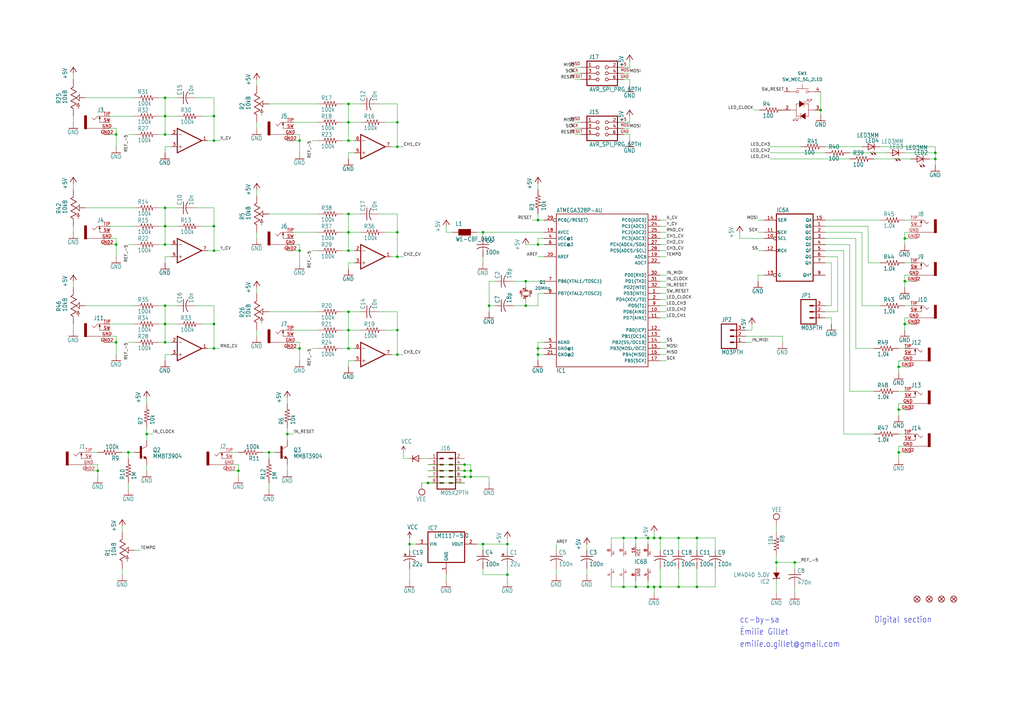
<source format=kicad_sch>
(kicad_sch (version 20211123) (generator eeschema)
  (paper "User" 425.45 299.161)
  (junction (at 269.24 223.52))
  (junction (at 210.82 238.76))
  (junction (at 195.58 195.58))
  (junction (at 68.58 134.62))
  (junction (at 223.52 91.44))
  (junction (at 289.56 223.52))
  (junction (at 259.08 223.52))
  (junction (at 68.58 93.98))
  (junction (at 388.62 63.5))
  (junction (at 88.9 104.14))
  (junction (at 259.08 243.84))
  (junction (at 88.9 134.62))
  (junction (at 124.46 104.14))
  (junction (at 165.1 50.8))
  (junction (at 144.78 96.52))
  (junction (at 375.92 116.84))
  (junction (at 193.04 193.04))
  (junction (at 269.24 243.84))
  (junction (at 340.995 45.72))
  (junction (at 170.18 226.06))
  (junction (at 271.78 223.52))
  (junction (at 88.9 58.42))
  (junction (at 373.38 187.96))
  (junction (at 195.58 198.12))
  (junction (at 88.9 144.78))
  (junction (at 373.38 170.18))
  (junction (at 68.58 142.24))
  (junction (at 68.58 48.26))
  (junction (at 48.26 101.6))
  (junction (at 373.38 152.4))
  (junction (at 124.46 58.42))
  (junction (at 144.78 88.9))
  (junction (at 144.78 50.8))
  (junction (at 322.58 233.68))
  (junction (at 210.82 226.06))
  (junction (at 271.78 243.84))
  (junction (at 119.38 180.34))
  (junction (at 48.26 55.88))
  (junction (at 88.9 93.98))
  (junction (at 144.78 144.78))
  (junction (at 218.44 116.84))
  (junction (at 68.58 55.88))
  (junction (at 165.1 60.96))
  (junction (at 281.94 243.84))
  (junction (at 200.66 226.06))
  (junction (at 68.58 40.64))
  (junction (at 193.04 198.12))
  (junction (at 289.56 243.84))
  (junction (at 388.62 66.04))
  (junction (at 223.52 147.32))
  (junction (at 375.92 99.06))
  (junction (at 375.92 134.62))
  (junction (at 53.34 187.96))
  (junction (at 144.78 137.16))
  (junction (at 88.9 48.26))
  (junction (at 223.52 144.78))
  (junction (at 274.32 243.84))
  (junction (at 144.78 58.42))
  (junction (at 99.06 195.58))
  (junction (at 144.78 43.18))
  (junction (at 264.16 243.84))
  (junction (at 330.2 233.68))
  (junction (at 144.78 104.14))
  (junction (at 60.96 180.34))
  (junction (at 200.66 96.52))
  (junction (at 165.1 137.16))
  (junction (at 124.46 144.78))
  (junction (at 165.1 96.52))
  (junction (at 68.58 127))
  (junction (at 111.76 187.96))
  (junction (at 264.16 223.52))
  (junction (at 177.8 200.66))
  (junction (at 144.78 129.54))
  (junction (at 48.26 142.24))
  (junction (at 218.44 127))
  (junction (at 68.58 86.36))
  (junction (at 68.58 101.6))
  (junction (at 165.1 106.68))
  (junction (at 203.2 127))
  (junction (at 274.32 223.52))
  (junction (at 165.1 147.32))
  (junction (at 193.04 195.58))
  (junction (at 40.64 195.58))
  (junction (at 281.94 223.52))
  (junction (at 223.52 101.6))
  (wire (pts (xy 88.9 86.36) (xy 88.9 93.98)))
  (wire (pts (xy 170.18 190.5) (xy 167.64 190.5)))
  (wire (pts (xy 320.04 63.5) (xy 342.9 63.5)))
  (wire (pts (xy 388.62 60.96) (xy 388.62 63.5)))
  (wire (pts (xy 170.18 226.06) (xy 172.72 226.06)))
  (wire (pts (xy 254 226.06) (xy 254 223.52)))
  (wire (pts (xy 142.24 43.18) (xy 144.78 43.18)))
  (wire (pts (xy 144.78 144.78) (xy 147.32 144.78)))
  (wire (pts (xy 223.52 76.2) (xy 223.52 78.74)))
  (wire (pts (xy 71.12 106.68) (xy 68.58 106.68)))
  (wire (pts (xy 147.32 63.5) (xy 144.78 63.5)))
  (wire (pts (xy 165.1 137.16) (xy 165.1 147.32)))
  (wire (pts (xy 106.68 35.56) (xy 106.68 33.02)))
  (wire (pts (xy 274.32 121.92) (xy 276.86 121.92)))
  (wire (pts (xy 121.92 55.88) (xy 124.46 55.88)))
  (wire (pts (xy 157.48 129.54) (xy 165.1 129.54)))
  (wire (pts (xy 30.48 50.8) (xy 30.48 48.26)))
  (wire (pts (xy 274.32 149.86) (xy 276.86 149.86)))
  (wire (pts (xy 73.66 93.98) (xy 68.58 93.98)))
  (wire (pts (xy 177.8 190.5) (xy 175.26 190.5)))
  (wire (pts (xy 88.9 144.78) (xy 91.44 144.78)))
  (wire (pts (xy 223.52 101.6) (xy 226.06 101.6)))
  (wire (pts (xy 254 223.52) (xy 259.08 223.52)))
  (wire (pts (xy 274.32 104.14) (xy 276.86 104.14)))
  (wire (pts (xy 203.2 127) (xy 203.2 129.54)))
  (wire (pts (xy 375.92 152.4) (xy 373.38 152.4)))
  (wire (pts (xy 243.84 236.22) (xy 243.84 238.76)))
  (wire (pts (xy 330.2 233.68) (xy 330.2 236.22)))
  (wire (pts (xy 345.44 132.08) (xy 345.44 134.62)))
  (wire (pts (xy 281.94 223.52) (xy 281.94 228.6)))
  (wire (pts (xy 203.2 127) (xy 203.2 116.84)))
  (wire (pts (xy 223.52 121.92) (xy 226.06 121.92)))
  (wire (pts (xy 223.52 147.32) (xy 223.52 149.86)))
  (wire (pts (xy 167.64 187.96) (xy 167.64 190.5)))
  (wire (pts (xy 109.22 187.96) (xy 111.76 187.96)))
  (wire (pts (xy 81.28 86.36) (xy 88.9 86.36)))
  (wire (pts (xy 378.46 116.84) (xy 375.92 116.84)))
  (wire (pts (xy 60.96 180.34) (xy 60.96 177.8)))
  (wire (pts (xy 30.48 119.38) (xy 30.48 116.84)))
  (wire (pts (xy 375.92 170.18) (xy 373.38 170.18)))
  (wire (pts (xy 121.92 104.14) (xy 124.46 104.14)))
  (wire (pts (xy 53.34 200.66) (xy 53.34 203.2)))
  (wire (pts (xy 342.9 60.96) (xy 358.14 60.96)))
  (wire (pts (xy 375.92 114.3) (xy 375.92 116.84)))
  (wire (pts (xy 121.92 50.8) (xy 132.08 50.8)))
  (wire (pts (xy 55.88 142.24) (xy 53.34 142.24)))
  (wire (pts (xy 203.2 198.12) (xy 203.2 200.66)))
  (wire (pts (xy 66.04 48.26) (xy 68.58 48.26)))
  (wire (pts (xy 165.1 147.32) (xy 162.56 147.32)))
  (wire (pts (xy 185.42 238.76) (xy 185.42 241.3)))
  (wire (pts (xy 358.14 127) (xy 365.76 127)))
  (wire (pts (xy 259.08 223.52) (xy 264.16 223.52)))
  (wire (pts (xy 345.44 127) (xy 345.44 109.22)))
  (wire (pts (xy 210.82 226.06) (xy 210.82 223.52)))
  (wire (pts (xy 274.32 91.44) (xy 276.86 91.44)))
  (wire (pts (xy 88.9 93.98) (xy 88.9 104.14)))
  (wire (pts (xy 198.12 96.52) (xy 200.66 96.52)))
  (wire (pts (xy 144.78 129.54) (xy 144.78 137.16)))
  (wire (pts (xy 373.38 187.96) (xy 373.38 190.5)))
  (wire (pts (xy 111.76 43.18) (xy 132.08 43.18)))
  (wire (pts (xy 264.16 223.52) (xy 269.24 223.52)))
  (wire (pts (xy 144.78 88.9) (xy 144.78 96.52)))
  (wire (pts (xy 119.38 182.88) (xy 119.38 180.34)))
  (wire (pts (xy 48.26 53.34) (xy 48.26 55.88)))
  (wire (pts (xy 142.24 137.16) (xy 144.78 137.16)))
  (wire (pts (xy 66.04 55.88) (xy 68.58 55.88)))
  (wire (pts (xy 241.3 55.88) (xy 238.76 55.88)))
  (wire (pts (xy 200.66 228.6) (xy 200.66 226.06)))
  (wire (pts (xy 274.32 127) (xy 276.86 127)))
  (wire (pts (xy 274.32 132.08) (xy 276.86 132.08)))
  (wire (pts (xy 68.58 40.64) (xy 68.58 48.26)))
  (wire (pts (xy 45.72 55.88) (xy 48.26 55.88)))
  (wire (pts (xy 68.58 60.96) (xy 68.58 63.5)))
  (wire (pts (xy 66.04 142.24) (xy 68.58 142.24)))
  (wire (pts (xy 149.86 129.54) (xy 144.78 129.54)))
  (wire (pts (xy 358.14 96.52) (xy 358.14 127)))
  (wire (pts (xy 142.24 129.54) (xy 144.78 129.54)))
  (wire (pts (xy 170.18 223.52) (xy 170.18 226.06)))
  (wire (pts (xy 45.72 142.24) (xy 48.26 142.24)))
  (wire (pts (xy 378.46 96.52) (xy 375.92 96.52)))
  (wire (pts (xy 106.68 121.92) (xy 106.68 119.38)))
  (wire (pts (xy 88.9 134.62) (xy 88.9 144.78)))
  (wire (pts (xy 289.56 223.52) (xy 297.18 223.52)))
  (wire (pts (xy 121.92 96.52) (xy 132.08 96.52)))
  (wire (pts (xy 45.72 53.34) (xy 48.26 53.34)))
  (wire (pts (xy 241.3 30.48) (xy 238.76 30.48)))
  (wire (pts (xy 226.06 91.44) (xy 223.52 91.44)))
  (wire (pts (xy 375.92 167.64) (xy 373.38 167.64)))
  (wire (pts (xy 53.34 187.96) (xy 55.88 187.96)))
  (wire (pts (xy 88.9 58.42) (xy 86.36 58.42)))
  (wire (pts (xy 259.08 50.8) (xy 261.62 50.8)))
  (wire (pts (xy 386.08 66.04) (xy 388.62 66.04)))
  (wire (pts (xy 119.38 180.34) (xy 119.38 177.8)))
  (wire (pts (xy 373.38 144.78) (xy 375.92 144.78)))
  (wire (pts (xy 261.62 55.88) (xy 261.62 58.42)))
  (wire (pts (xy 342.9 106.68) (xy 347.98 106.68)))
  (wire (pts (xy 325.12 139.7) (xy 325.12 142.24)))
  (wire (pts (xy 375.92 91.44) (xy 378.46 91.44)))
  (wire (pts (xy 353.06 162.56) (xy 363.22 162.56)))
  (wire (pts (xy 185.42 96.52) (xy 187.96 96.52)))
  (wire (pts (xy 322.58 241.3) (xy 322.58 246.38)))
  (wire (pts (xy 48.26 101.6) (xy 48.26 106.68)))
  (wire (pts (xy 375.92 132.08) (xy 375.92 134.62)))
  (wire (pts (xy 347.98 129.54) (xy 342.9 129.54)))
  (wire (pts (xy 373.38 167.64) (xy 373.38 170.18)))
  (wire (pts (xy 48.26 139.7) (xy 48.26 142.24)))
  (wire (pts (xy 365.76 60.96) (xy 388.62 60.96)))
  (wire (pts (xy 223.52 91.44) (xy 220.98 91.44)))
  (wire (pts (xy 378.46 114.3) (xy 375.92 114.3)))
  (wire (pts (xy 73.66 86.36) (xy 68.58 86.36)))
  (wire (pts (xy 124.46 144.78) (xy 124.46 149.86)))
  (wire (pts (xy 342.9 96.52) (xy 358.14 96.52)))
  (wire (pts (xy 175.26 200.66) (xy 177.8 200.66)))
  (wire (pts (xy 320.04 66.04) (xy 353.06 66.04)))
  (wire (pts (xy 340.995 45.72) (xy 340.995 38.1)))
  (wire (pts (xy 322.58 220.98) (xy 322.58 218.44)))
  (wire (pts (xy 378.46 99.06) (xy 375.92 99.06)))
  (wire (pts (xy 226.06 147.32) (xy 223.52 147.32)))
  (wire (pts (xy 271.78 223.52) (xy 269.24 223.52)))
  (wire (pts (xy 274.32 101.6) (xy 276.86 101.6)))
  (wire (pts (xy 121.92 137.16) (xy 132.08 137.16)))
  (wire (pts (xy 124.46 58.42) (xy 124.46 63.5)))
  (wire (pts (xy 88.9 40.64) (xy 88.9 48.26)))
  (wire (pts (xy 68.58 86.36) (xy 68.58 93.98)))
  (wire (pts (xy 83.82 93.98) (xy 88.9 93.98)))
  (wire (pts (xy 363.22 66.04) (xy 378.46 66.04)))
  (wire (pts (xy 66.04 101.6) (xy 68.58 101.6)))
  (wire (pts (xy 50.8 218.44) (xy 50.8 220.98)))
  (wire (pts (xy 261.62 50.8) (xy 261.62 48.26)))
  (wire (pts (xy 241.3 53.34) (xy 238.76 53.34)))
  (wire (pts (xy 264.16 241.3) (xy 264.16 243.84)))
  (wire (pts (xy 259.08 33.02) (xy 261.62 33.02)))
  (wire (pts (xy 375.92 109.22) (xy 378.46 109.22)))
  (wire (pts (xy 177.8 198.12) (xy 193.04 198.12)))
  (wire (pts (xy 210.82 228.6) (xy 210.82 226.06)))
  (wire (pts (xy 71.12 147.32) (xy 68.58 147.32)))
  (wire (pts (xy 149.86 96.52) (xy 144.78 96.52)))
  (wire (pts (xy 111.76 190.5) (xy 111.76 187.96)))
  (wire (pts (xy 322.58 233.68) (xy 322.58 231.14)))
  (wire (pts (xy 119.38 180.34) (xy 121.92 180.34)))
  (wire (pts (xy 88.9 48.26) (xy 88.9 58.42)))
  (wire (pts (xy 165.1 147.32) (xy 167.64 147.32)))
  (wire (pts (xy 281.94 243.84) (xy 289.56 243.84)))
  (wire (pts (xy 99.06 195.58) (xy 99.06 198.12)))
  (wire (pts (xy 243.84 228.6) (xy 243.84 226.06)))
  (wire (pts (xy 269.24 241.3) (xy 269.24 243.84)))
  (wire (pts (xy 342.9 132.08) (xy 345.44 132.08)))
  (wire (pts (xy 231.14 236.22) (xy 231.14 238.76)))
  (wire (pts (xy 149.86 43.18) (xy 144.78 43.18)))
  (wire (pts (xy 165.1 60.96) (xy 167.64 60.96)))
  (wire (pts (xy 144.78 58.42) (xy 147.32 58.42)))
  (wire (pts (xy 60.96 180.34) (xy 63.5 180.34)))
  (wire (pts (xy 274.32 99.06) (xy 276.86 99.06)))
  (wire (pts (xy 147.32 109.22) (xy 144.78 109.22)))
  (wire (pts (xy 55.88 228.6) (xy 58.42 228.6)))
  (wire (pts (xy 274.32 93.98) (xy 276.86 93.98)))
  (wire (pts (xy 264.16 243.84) (xy 259.08 243.84)))
  (wire (pts (xy 132.08 58.42) (xy 129.54 58.42)))
  (wire (pts (xy 289.56 228.6) (xy 289.56 223.52)))
  (wire (pts (xy 55.88 101.6) (xy 53.34 101.6)))
  (wire (pts (xy 88.9 58.42) (xy 91.44 58.42)))
  (wire (pts (xy 205.74 116.84) (xy 203.2 116.84)))
  (wire (pts (xy 271.78 220.98) (xy 271.78 223.52)))
  (wire (pts (xy 317.5 104.14) (xy 314.96 104.14)))
  (wire (pts (xy 373.38 180.34) (xy 375.92 180.34)))
  (wire (pts (xy 317.5 96.52) (xy 314.96 96.52)))
  (wire (pts (xy 142.24 104.14) (xy 144.78 104.14)))
  (wire (pts (xy 48.26 99.06) (xy 48.26 101.6)))
  (wire (pts (xy 317.5 99.06) (xy 307.34 99.06)))
  (wire (pts (xy 165.1 129.54) (xy 165.1 137.16)))
  (wire (pts (xy 132.08 104.14) (xy 129.54 104.14)))
  (wire (pts (xy 309.88 137.16) (xy 312.42 137.16)))
  (wire (pts (xy 373.38 170.18) (xy 373.38 172.72)))
  (wire (pts (xy 259.08 241.3) (xy 259.08 243.84)))
  (wire (pts (xy 223.52 101.6) (xy 218.44 101.6)))
  (wire (pts (xy 350.52 104.14) (xy 350.52 180.34)))
  (wire (pts (xy 111.76 187.96) (xy 114.3 187.96)))
  (wire (pts (xy 35.56 86.36) (xy 55.88 86.36)))
  (wire (pts (xy 231.14 228.6) (xy 231.14 226.06)))
  (wire (pts (xy 66.04 134.62) (xy 68.58 134.62)))
  (wire (pts (xy 144.78 50.8) (xy 144.78 58.42)))
  (wire (pts (xy 375.92 134.62) (xy 378.46 134.62)))
  (wire (pts (xy 96.52 195.58) (xy 99.06 195.58)))
  (wire (pts (xy 66.04 86.36) (xy 68.58 86.36)))
  (wire (pts (xy 226.06 144.78) (xy 223.52 144.78)))
  (wire (pts (xy 274.32 236.22) (xy 274.32 243.84)))
  (wire (pts (xy 40.64 193.04) (xy 40.64 195.58)))
  (wire (pts (xy 149.86 50.8) (xy 144.78 50.8)))
  (wire (pts (xy 373.38 149.86) (xy 373.38 152.4)))
  (wire (pts (xy 388.62 66.04) (xy 388.62 68.58)))
  (wire (pts (xy 375.92 127) (xy 378.46 127)))
  (wire (pts (xy 111.76 200.66) (xy 111.76 203.2)))
  (wire (pts (xy 68.58 55.88) (xy 71.12 55.88)))
  (wire (pts (xy 165.1 88.9) (xy 165.1 96.52)))
  (wire (pts (xy 68.58 48.26) (xy 68.58 55.88)))
  (wire (pts (xy 68.58 147.32) (xy 68.58 149.86)))
  (wire (pts (xy 48.26 55.88) (xy 48.26 60.96)))
  (wire (pts (xy 259.08 55.88) (xy 261.62 55.88)))
  (wire (pts (xy 144.78 149.86) (xy 144.78 152.4)))
  (wire (pts (xy 297.18 223.52) (xy 297.18 228.6)))
  (wire (pts (xy 60.96 182.88) (xy 60.96 180.34)))
  (wire (pts (xy 68.58 142.24) (xy 71.12 142.24)))
  (wire (pts (xy 210.82 236.22) (xy 210.82 238.76)))
  (wire (pts (xy 124.46 55.88) (xy 124.46 58.42)))
  (wire (pts (xy 50.8 236.22) (xy 50.8 238.76)))
  (wire (pts (xy 274.32 116.84) (xy 276.86 116.84)))
  (wire (pts (xy 274.32 142.24) (xy 276.86 142.24)))
  (wire (pts (xy 106.68 99.06) (xy 106.68 96.52)))
  (wire (pts (xy 289.56 243.84) (xy 289.56 236.22)))
  (wire (pts (xy 149.86 88.9) (xy 144.78 88.9)))
  (wire (pts (xy 200.66 226.06) (xy 210.82 226.06)))
  (wire (pts (xy 193.04 193.04) (xy 195.58 193.04)))
  (wire (pts (xy 149.86 137.16) (xy 144.78 137.16)))
  (wire (pts (xy 165.1 50.8) (xy 165.1 60.96)))
  (wire (pts (xy 71.12 60.96) (xy 68.58 60.96)))
  (wire (pts (xy 355.6 99.06) (xy 355.6 144.78)))
  (wire (pts (xy 68.58 106.68) (xy 68.58 109.22)))
  (wire (pts (xy 144.78 43.18) (xy 144.78 50.8)))
  (wire (pts (xy 213.36 127) (xy 218.44 127)))
  (wire (pts (xy 269.24 223.52) (xy 269.24 226.06)))
  (wire (pts (xy 218.44 127) (xy 218.44 124.46)))
  (wire (pts (xy 360.68 109.22) (xy 365.76 109.22)))
  (wire (pts (xy 342.9 93.98) (xy 360.68 93.98)))
  (wire (pts (xy 177.8 193.04) (xy 193.04 193.04)))
  (wire (pts (xy 121.92 58.42) (xy 124.46 58.42)))
  (wire (pts (xy 264.16 226.06) (xy 264.16 223.52)))
  (wire (pts (xy 200.66 238.76) (xy 210.82 238.76)))
  (wire (pts (xy 68.58 134.62) (xy 68.58 142.24)))
  (wire (pts (xy 388.62 63.5) (xy 388.62 66.04)))
  (wire (pts (xy 261.62 27.94) (xy 261.62 25.4)))
  (wire (pts (xy 226.06 142.24) (xy 223.52 142.24)))
  (wire (pts (xy 269.24 243.84) (xy 264.16 243.84)))
  (wire (pts (xy 312.42 137.16) (xy 312.42 134.62)))
  (wire (pts (xy 48.26 142.24) (xy 48.26 147.32)))
  (wire (pts (xy 342.9 127) (xy 345.44 127)))
  (wire (pts (xy 274.32 243.84) (xy 271.78 243.84)))
  (wire (pts (xy 314.96 91.44) (xy 317.5 91.44)))
  (wire (pts (xy 195.58 198.12) (xy 203.2 198.12)))
  (wire (pts (xy 309.88 142.24) (xy 312.42 142.24)))
  (wire (pts (xy 274.32 147.32) (xy 276.86 147.32)))
  (wire (pts (xy 119.38 165.1) (xy 119.38 167.64)))
  (wire (pts (xy 274.32 114.3) (xy 276.86 114.3)))
  (wire (pts (xy 375.92 99.06) (xy 375.92 101.6)))
  (wire (pts (xy 281.94 243.84) (xy 281.94 236.22)))
  (wire (pts (xy 373.38 152.4) (xy 373.38 154.94)))
  (wire (pts (xy 160.02 96.52) (xy 165.1 96.52)))
  (wire (pts (xy 73.66 40.64) (xy 68.58 40.64)))
  (wire (pts (xy 375.92 134.62) (xy 375.92 137.16)))
  (wire (pts (xy 68.58 127) (xy 68.58 134.62)))
  (wire (pts (xy 81.28 127) (xy 88.9 127)))
  (wire (pts (xy 274.32 243.84) (xy 281.94 243.84)))
  (wire (pts (xy 218.44 116.84) (xy 226.06 116.84)))
  (wire (pts (xy 378.46 132.08) (xy 375.92 132.08)))
  (wire (pts (xy 96.52 193.04) (xy 99.06 193.04)))
  (wire (pts (xy 144.78 63.5) (xy 144.78 66.04)))
  (wire (pts (xy 38.1 195.58) (xy 40.64 195.58)))
  (wire (pts (xy 144.78 96.52) (xy 144.78 104.14)))
  (wire (pts (xy 269.24 243.84) (xy 271.78 243.84)))
  (wire (pts (xy 307.34 99.06) (xy 307.34 96.52)))
  (wire (pts (xy 142.24 96.52) (xy 144.78 96.52)))
  (wire (pts (xy 165.1 96.52) (xy 165.1 106.68)))
  (wire (pts (xy 355.6 144.78) (xy 363.22 144.78)))
  (wire (pts (xy 226.06 106.68) (xy 223.52 106.68)))
  (wire (pts (xy 347.98 106.68) (xy 347.98 129.54)))
  (wire (pts (xy 170.18 236.22) (xy 170.18 241.3)))
  (wire (pts (xy 193.04 195.58) (xy 195.58 195.58)))
  (wire (pts (xy 170.18 226.06) (xy 170.18 228.6)))
  (wire (pts (xy 66.04 40.64) (xy 68.58 40.64)))
  (wire (pts (xy 322.58 233.68) (xy 330.2 233.68)))
  (wire (pts (xy 73.66 134.62) (xy 68.58 134.62)))
  (wire (pts (xy 177.8 200.66) (xy 193.04 200.66)))
  (wire (pts (xy 274.32 119.38) (xy 276.86 119.38)))
  (wire (pts (xy 144.78 109.22) (xy 144.78 111.76)))
  (wire (pts (xy 45.72 139.7) (xy 48.26 139.7)))
  (wire (pts (xy 88.9 144.78) (xy 86.36 144.78)))
  (wire (pts (xy 313.055 45.72) (xy 315.595 45.72)))
  (wire (pts (xy 342.9 91.44) (xy 365.76 91.44)))
  (wire (pts (xy 274.32 223.52) (xy 274.32 228.6)))
  (wire (pts (xy 73.66 127) (xy 68.58 127)))
  (wire (pts (xy 373.38 185.42) (xy 373.38 187.96)))
  (wire (pts (xy 309.88 139.7) (xy 325.12 139.7)))
  (wire (pts (xy 375.92 96.52) (xy 375.92 99.06)))
  (wire (pts (xy 111.76 88.9) (xy 132.08 88.9)))
  (wire (pts (xy 111.76 129.54) (xy 132.08 129.54)))
  (wire (pts (xy 177.8 195.58) (xy 193.04 195.58)))
  (wire (pts (xy 81.28 40.64) (xy 88.9 40.64)))
  (wire (pts (xy 289.56 243.84) (xy 297.18 243.84)))
  (wire (pts (xy 45.72 93.98) (xy 55.88 93.98)))
  (wire (pts (xy 147.32 149.86) (xy 144.78 149.86)))
  (wire (pts (xy 330.2 243.84) (xy 330.2 246.38)))
  (wire (pts (xy 60.96 193.04) (xy 60.96 195.58)))
  (wire (pts (xy 373.38 187.96) (xy 375.92 187.96)))
  (wire (pts (xy 259.08 53.34) (xy 261.62 53.34)))
  (wire (pts (xy 96.52 187.96) (xy 99.06 187.96)))
  (wire (pts (xy 157.48 43.18) (xy 165.1 43.18)))
  (wire (pts (xy 274.32 96.52) (xy 276.86 96.52)))
  (wire (pts (xy 274.32 124.46) (xy 276.86 124.46)))
  (wire (pts (xy 68.58 93.98) (xy 68.58 101.6)))
  (wire (pts (xy 30.48 137.16) (xy 30.48 134.62)))
  (wire (pts (xy 40.64 187.96) (xy 38.1 187.96)))
  (wire (pts (xy 160.02 137.16) (xy 165.1 137.16)))
  (wire (pts (xy 119.38 193.04) (xy 119.38 195.58)))
  (wire (pts (xy 121.92 101.6) (xy 124.46 101.6)))
  (wire (pts (xy 271.78 223.52) (xy 274.32 223.52)))
  (wire (pts (xy 193.04 198.12) (xy 195.58 198.12)))
  (wire (pts (xy 274.32 106.68) (xy 276.86 106.68)))
  (wire (pts (xy 342.9 99.06) (xy 355.6 99.06)))
  (wire (pts (xy 223.52 144.78) (xy 223.52 147.32)))
  (wire (pts (xy 68.58 101.6) (xy 71.12 101.6)))
  (wire (pts (xy 106.68 81.28) (xy 106.68 78.74)))
  (wire (pts (xy 274.32 223.52) (xy 281.94 223.52)))
  (wire (pts (xy 124.46 104.14) (xy 124.46 109.22)))
  (wire (pts (xy 360.68 93.98) (xy 360.68 109.22)))
  (wire (pts (xy 342.9 104.14) (xy 350.52 104.14)))
  (wire (pts (xy 106.68 139.7) (xy 106.68 137.16)))
  (wire (pts (xy 375.92 116.84) (xy 375.92 119.38)))
  (wire (pts (xy 353.06 63.5) (xy 368.3 63.5)))
  (wire (pts (xy 142.24 144.78) (xy 144.78 144.78)))
  (wire (pts (xy 205.74 127) (xy 203.2 127)))
  (wire (pts (xy 45.72 99.06) (xy 48.26 99.06)))
  (wire (pts (xy 160.02 50.8) (xy 165.1 50.8)))
  (wire (pts (xy 340.995 47.625) (xy 340.995 45.72)))
  (wire (pts (xy 226.06 99.06) (xy 223.52 99.06)))
  (wire (pts (xy 223.52 127) (xy 223.52 121.92)))
  (wire (pts (xy 317.5 114.3) (xy 314.96 114.3)))
  (wire (pts (xy 274.32 144.78) (xy 276.86 144.78)))
  (wire (pts (xy 375.92 149.86) (xy 373.38 149.86)))
  (wire (pts (xy 144.78 104.14) (xy 147.32 104.14)))
  (wire (pts (xy 259.08 243.84) (xy 254 243.84)))
  (wire (pts (xy 226.06 96.52) (xy 200.66 96.52)))
  (wire (pts (xy 342.9 101.6) (xy 353.06 101.6)))
  (wire (pts (xy 132.08 144.78) (xy 129.54 144.78)))
  (wire (pts (xy 60.96 165.1) (xy 60.96 167.64)))
  (wire (pts (xy 297.18 243.84) (xy 297.18 236.22)))
  (wire (pts (xy 45.72 101.6) (xy 48.26 101.6)))
  (wire (pts (xy 40.64 195.58) (xy 40.64 198.12)))
  (wire (pts (xy 375.92 63.5) (xy 388.62 63.5)))
  (wire (pts (xy 142.24 88.9) (xy 144.78 88.9)))
  (wire (pts (xy 106.68 53.34) (xy 106.68 50.8)))
  (wire (pts (xy 83.82 134.62) (xy 88.9 134.62)))
  (wire (pts (xy 241.3 50.8) (xy 238.76 50.8)))
  (wire (pts (xy 330.2 233.68) (xy 332.74 233.68)))
  (wire (pts (xy 88.9 104.14) (xy 91.44 104.14)))
  (wire (pts (xy 345.44 109.22) (xy 342.9 109.22)))
  (wire (pts (xy 35.56 40.64) (xy 55.88 40.64)))
  (wire (pts (xy 200.66 106.68) (xy 200.66 109.22)))
  (wire (pts (xy 142.24 58.42) (xy 144.78 58.42)))
  (wire (pts (xy 259.08 30.48) (xy 261.62 30.48)))
  (wire (pts (xy 88.9 127) (xy 88.9 134.62)))
  (wire (pts (xy 30.48 96.52) (xy 30.48 93.98)))
  (wire (pts (xy 195.58 195.58) (xy 195.58 198.12)))
  (wire (pts (xy 274.32 129.54) (xy 276.86 129.54)))
  (wire (pts (xy 200.66 236.22) (xy 200.66 238.76)))
  (wire (pts (xy 375.92 185.42) (xy 373.38 185.42)))
  (wire (pts (xy 223.52 142.24) (xy 223.52 144.78)))
  (wire (pts (xy 121.92 142.24) (xy 124.46 142.24)))
  (wire (pts (xy 88.9 104.14) (xy 86.36 104.14)))
  (wire (pts (xy 165.1 106.68) (xy 167.64 106.68)))
  (wire (pts (xy 124.46 101.6) (xy 124.46 104.14)))
  (wire (pts (xy 350.52 180.34) (xy 363.22 180.34)))
  (wire (pts (xy 281.94 223.52) (xy 289.56 223.52)))
  (wire (pts (xy 241.3 33.02) (xy 238.76 33.02)))
  (wire (pts (xy 45.72 48.26) (xy 55.88 48.26)))
  (wire (pts (xy 66.04 93.98) (xy 68.58 93.98)))
  (wire (pts (xy 165.1 60.96) (xy 162.56 60.96)))
  (wire (pts (xy 195.58 193.04) (xy 195.58 195.58)))
  (wire (pts (xy 373.38 162.56) (xy 375.92 162.56)))
  (wire (pts (xy 185.42 93.98) (xy 185.42 96.52)))
  (wire (pts (xy 165.1 106.68) (xy 162.56 106.68)))
  (wire (pts (xy 353.06 101.6) (xy 353.06 162.56)))
  (wire (pts (xy 241.3 27.94) (xy 238.76 27.94)))
  (wire (pts (xy 200.66 96.52) (xy 200.66 99.06)))
  (wire (pts (xy 314.96 114.3) (xy 314.96 116.84)))
  (wire (pts (xy 144.78 137.16) (xy 144.78 144.78)))
  (wire (pts (xy 38.1 193.04) (xy 40.64 193.04)))
  (wire (pts (xy 50.8 187.96) (xy 53.34 187.96)))
  (wire (pts (xy 218.44 127) (xy 223.52 127)))
  (wire (pts (xy 66.04 127) (xy 68.58 127)))
  (wire (pts (xy 35.56 127) (xy 55.88 127)))
  (wire (pts (xy 165.1 43.18) (xy 165.1 50.8)))
  (wire (pts (xy 99.06 193.04) (xy 99.06 195.58)))
  (wire (pts (xy 73.66 48.26) (xy 68.58 48.26)))
  (wire (pts (xy 45.72 134.62) (xy 55.88 134.62)))
  (wire (pts (xy 55.88 55.88) (xy 53.34 55.88)))
  (wire (pts (xy 142.24 50.8) (xy 144.78 50.8)))
  (wire (pts (xy 254 243.84) (xy 254 241.3)))
  (wire (pts (xy 223.52 99.06) (xy 223.52 101.6)))
  (wire (pts (xy 30.48 78.74) (xy 30.48 76.2)))
  (wire (pts (xy 271.78 243.84) (xy 271.78 246.38)))
  (wire (pts (xy 121.92 144.78) (xy 124.46 144.78)))
  (wire (pts (xy 124.46 142.24) (xy 124.46 144.78)))
  (wire (pts (xy 53.34 190.5) (xy 53.34 187.96)))
  (wire (pts (xy 198.12 226.06) (xy 200.66 226.06)))
  (wire (pts (xy 261.62 33.02) (xy 261.62 35.56)))
  (wire (pts (xy 320.04 60.96) (xy 332.74 60.96)))
  (wire (pts (xy 259.08 226.06) (xy 259.08 223.52)))
  (wire (pts (xy 30.48 33.02) (xy 30.48 30.48)))
  (wire (pts (xy 83.82 48.26) (xy 88.9 48.26)))
  (wire (pts (xy 218.44 116.84) (xy 218.44 119.38)))
  (wire (pts (xy 210.82 238.76) (xy 210.82 241.3)))
  (wire (pts (xy 213.36 116.84) (xy 218.44 116.84)))
  (wire (pts (xy 223.52 91.44) (xy 223.52 88.9)))
  (wire (pts (xy 259.08 27.94) (xy 261.62 27.94)))
  (wire (pts (xy 322.58 236.22) (xy 322.58 233.68)))
  (wire (pts (xy 157.48 88.9) (xy 165.1 88.9)))
  (text "Émilie Gillet" (at 307.34 264.16 180) (effects (font (size 2.54 2.159)) (justify left bottom)))
  (text "emilie.o.gillet@gmail.com" (at 307.34 269.24 180) (effects (font (size 2.54 2.159)) (justify left bottom)))
  (text "cc-by-sa" (at 307.34 259.08 180) (effects (font (size 2.54 2.159)) (justify left bottom)))
  (text "Digital section" (at 363.22 259.08 180) (effects (font (size 2.54 2.159)) (justify left bottom)))
  (label "MISO" (at 276.86 147.32 0) (effects (font (size 1.2446 1.2446))))
  (label "AREF" (at 223.52 106.68 180) (effects (font (size 1.2446 1.2446))))
  (label "RESET" (at 220.98 91.44 180) (effects (font (size 1.2446 1.2446))))
  (label "IN_MIDI" (at 276.86 114.3 0) (effects (font (size 1.2446 1.2446))))
  (label "SS" (at 314.96 104.14 180) (effects (font (size 1.2446 1.2446))))
  (label "MISO" (at 238.76 50.8 180) (effects (font (size 1.2446 1.2446))))
  (label "X_CV" (at 276.86 91.44 0) (effects (font (size 1.2446 1.2446))))
  (label "IN_CLOCK" (at 276.86 116.84 0) (effects (font (size 1.2446 1.2446))))
  (label "RESET" (at 238.76 33.02 180) (effects (font (size 1.2446 1.2446))))
  (label "IN_RESET" (at 276.86 119.38 0) (effects (font (size 1.2446 1.2446))))
  (label "Y_CV" (at 276.86 93.98 0) (effects (font (size 1.2446 1.2446))))
  (label "REF_-5" (at 129.54 104.14 270) (effects (font (size 1.2446 1.2446))))
  (label "MOSI" (at 276.86 144.78 0) (effects (font (size 1.2446 1.2446))))
  (label "SCK" (at 238.76 53.34 180) (effects (font (size 1.2446 1.2446))))
  (label "LED_CH2" (at 276.86 129.54 0) (effects (font (size 1.2446 1.2446))))
  (label "CH3_CV" (at 167.64 147.32 0) (effects (font (size 1.2446 1.2446))))
  (label "SCK" (at 238.76 30.48 180) (effects (font (size 1.2446 1.2446))))
  (label "REF_-5" (at 332.74 233.68 0) (effects (font (size 1.2446 1.2446))))
  (label "CH2_CV" (at 276.86 101.6 0) (effects (font (size 1.2446 1.2446))))
  (label "REF_-5" (at 129.54 144.78 270) (effects (font (size 1.2446 1.2446))))
  (label "REF_-5" (at 53.34 101.6 270) (effects (font (size 1.2446 1.2446))))
  (label "IN_MIDI" (at 312.42 142.24 0) (effects (font (size 1.2446 1.2446))))
  (label "RESET" (at 238.76 55.88 180) (effects (font (size 1.2446 1.2446))))
  (label "LED_CLOCK" (at 276.86 124.46 0) (effects (font (size 1.2446 1.2446))))
  (label "SS" (at 276.86 142.24 0) (effects (font (size 1.2446 1.2446))))
  (label "CH3_CV" (at 276.86 104.14 0) (effects (font (size 1.2446 1.2446))))
  (label "SW_RESET" (at 276.86 121.92 0) (effects (font (size 1.2446 1.2446))))
  (label "MOSI" (at 314.96 91.44 180) (effects (font (size 1.2446 1.2446))))
  (label "LED_CLOCK" (at 313.055 45.72 180) (effects (font (size 1.2446 1.2446))))
  (label "SCK" (at 276.86 149.86 0) (effects (font (size 1.2446 1.2446))))
  (label "SW_RESET" (at 325.755 38.1 180) (effects (font (size 1.2446 1.2446))))
  (label "RND_CV" (at 276.86 96.52 0) (effects (font (size 1.2446 1.2446))))
  (label "CH1_CV" (at 167.64 60.96 0) (effects (font (size 1.2446 1.2446))))
  (label "MOSI" (at 261.62 30.48 0) (effects (font (size 1.2446 1.2446))))
  (label "REF_-5" (at 53.34 55.88 270) (effects (font (size 1.2446 1.2446))))
  (label "MISO" (at 238.76 27.94 180) (effects (font (size 1.2446 1.2446))))
  (label "TEMPO" (at 276.86 106.68 0) (effects (font (size 1.2446 1.2446))))
  (label "LED_CH3" (at 320.04 60.96 180) (effects (font (size 1.2446 1.2446))))
  (label "RND_CV" (at 91.44 144.78 0) (effects (font (size 1.2446 1.2446))))
  (label "MOSI" (at 261.62 53.34 0) (effects (font (size 1.2446 1.2446))))
  (label "AREF" (at 231.14 226.06 0) (effects (font (size 1.2446 1.2446))))
  (label "REF_-5" (at 53.34 142.24 270) (effects (font (size 1.2446 1.2446))))
  (label "IN_RESET" (at 121.92 180.34 0) (effects (font (size 1.2446 1.2446))))
  (label "SCK" (at 314.96 96.52 180) (effects (font (size 1.2446 1.2446))))
  (label "LED_CH2" (at 320.04 63.5 180) (effects (font (size 1.2446 1.2446))))
  (label "LED_CH3" (at 276.86 127 0) (effects (font (size 1.2446 1.2446))))
  (label "REF_-5" (at 129.54 58.42 270) (effects (font (size 1.2446 1.2446))))
  (label "CH1_CV" (at 276.86 99.06 0) (effects (font (size 1.2446 1.2446))))
  (label "TEMPO" (at 58.42 228.6 0) (effects (font (size 1.2446 1.2446))))
  (label "LED_CH1" (at 320.04 66.04 180) (effects (font (size 1.2446 1.2446))))
  (label "Y_CV" (at 91.44 104.14 0) (effects (font (size 1.2446 1.2446))))
  (label "CH2_CV" (at 167.64 106.68 0) (effects (font (size 1.2446 1.2446))))
  (label "IN_CLOCK" (at 63.5 180.34 0) (effects (font (size 1.2446 1.2446))))
  (label "LED_CH1" (at 276.86 132.08 0) (effects (font (size 1.2446 1.2446))))
  (label "X_CV" (at 91.44 58.42 0) (effects (font (size 1.2446 1.2446))))
  (symbol (lib_id "grids-eagle-import:R-US_R0603") (at 45.72 187.96 180) (unit 1)
    (property "Reference" "R9" (at 49.53 189.4586 0) (effects (font (size 1.778 1.5113)) (justify left bottom)))
    (property "Value" "100k" (at 49.53 184.658 0) (effects (font (size 1.778 1.5113)) (justify left bottom)))
    (property "Footprint" "grids:R0603" (effects hide))
  )
  (symbol (lib_id "grids-eagle-import:GND") (at 203.2 203.2 0) (unit 1)
    (property "Reference" "#GND01" (effects hide))
    (property "Value" "GND" (at 200.66 205.74 0) (effects (font (size 1.778 1.5113)) (justify left bottom)))
    (property "Footprint" "grids:" (effects hide))
  )
  (symbol (lib_id "grids-eagle-import:R-US_R0603") (at 60.96 142.24 0) (unit 1)
    (property "Reference" "R28" (at 57.15 140.7414 0) (effects (font (size 1.778 1.5113)) (justify left bottom)))
    (property "Value" "100k" (at 57.15 145.542 0) (effects (font (size 1.778 1.5113)) (justify left bottom)))
    (property "Footprint" "grids:R0603" (effects hide))
  )
  (symbol (lib_id "grids-eagle-import:+5V") (at 312.42 132.08 0) (unit 1)
    (property "Reference" "#P+019" (effects hide))
    (property "Value" "+5V" (at 309.88 137.16 90) (effects (font (size 1.778 1.5113)) (justify left bottom)))
    (property "Footprint" "grids:" (effects hide))
  )
  (symbol (lib_id "grids-eagle-import:FIDUCIAL1X2") (at 381 248.92 0) (unit 1)
    (property "Reference" "F2" (effects hide))
    (property "Value" "FIDUCIAL1X2" (effects hide))
    (property "Footprint" "grids:FIDUCIAL-1X2" (effects hide))
  )
  (symbol (lib_id "grids-eagle-import:C-USC0603") (at 297.18 231.14 0) (unit 1)
    (property "Reference" "C9" (at 298.196 230.505 0) (effects (font (size 1.778 1.5113)) (justify left bottom)))
    (property "Value" "100n" (at 298.196 235.331 0) (effects (font (size 1.778 1.5113)) (justify left bottom)))
    (property "Footprint" "grids:C0603" (effects hide))
  )
  (symbol (lib_id "grids-eagle-import:GND") (at 50.8 241.3 0) (unit 1)
    (property "Reference" "#GND042" (effects hide))
    (property "Value" "GND" (at 48.26 243.84 0) (effects (font (size 1.778 1.5113)) (justify left bottom)))
    (property "Footprint" "grids:" (effects hide))
  )
  (symbol (lib_id "grids-eagle-import:GND") (at 144.78 154.94 0) (unit 1)
    (property "Reference" "#GND026" (effects hide))
    (property "Value" "GND" (at 142.24 157.48 0) (effects (font (size 1.778 1.5113)) (justify left bottom)))
    (property "Footprint" "grids:" (effects hide))
  )
  (symbol (lib_id "grids-eagle-import:TL072D") (at 154.94 106.68 0) (mirror x) (unit 1)
    (property "Reference" "IC5" (effects hide))
    (property "Value" "MCP6002" (effects hide))
    (property "Footprint" "grids:SO08" (effects hide))
  )
  (symbol (lib_id "grids-eagle-import:GND") (at 203.2 132.08 0) (unit 1)
    (property "Reference" "#GND07" (effects hide))
    (property "Value" "GND" (at 200.66 134.62 0) (effects (font (size 1.778 1.5113)) (justify left bottom)))
    (property "Footprint" "grids:" (effects hide))
  )
  (symbol (lib_id "grids-eagle-import:+5V") (at 119.38 162.56 0) (unit 1)
    (property "Reference" "#P+016" (effects hide))
    (property "Value" "+5V" (at 116.84 167.64 90) (effects (font (size 1.778 1.5113)) (justify left bottom)))
    (property "Footprint" "grids:" (effects hide))
  )
  (symbol (lib_id "grids-eagle-import:GND") (at 111.76 205.74 0) (unit 1)
    (property "Reference" "#GND09" (effects hide))
    (property "Value" "GND" (at 109.22 208.28 0) (effects (font (size 1.778 1.5113)) (justify left bottom)))
    (property "Footprint" "grids:" (effects hide))
  )
  (symbol (lib_id "grids-eagle-import:GND") (at 106.68 142.24 0) (unit 1)
    (property "Reference" "#GND027" (effects hide))
    (property "Value" "GND" (at 104.14 144.78 0) (effects (font (size 1.778 1.5113)) (justify left bottom)))
    (property "Footprint" "grids:" (effects hide))
  )
  (symbol (lib_id "grids-eagle-import:R-US_R0603") (at 60.96 101.6 0) (unit 1)
    (property "Reference" "R22" (at 57.15 100.1014 0) (effects (font (size 1.778 1.5113)) (justify left bottom)))
    (property "Value" "100k" (at 57.15 104.902 0) (effects (font (size 1.778 1.5113)) (justify left bottom)))
    (property "Footprint" "grids:R0603" (effects hide))
  )
  (symbol (lib_id "grids-eagle-import:R-US_R0603") (at 60.96 172.72 90) (unit 1)
    (property "Reference" "R7" (at 59.4614 176.53 0) (effects (font (size 1.778 1.5113)) (justify left bottom)))
    (property "Value" "10k" (at 64.262 176.53 0) (effects (font (size 1.778 1.5113)) (justify left bottom)))
    (property "Footprint" "grids:R0603" (effects hide))
  )
  (symbol (lib_id "grids-eagle-import:GND") (at 68.58 111.76 0) (unit 1)
    (property "Reference" "#GND011" (effects hide))
    (property "Value" "GND" (at 66.04 114.3 0) (effects (font (size 1.778 1.5113)) (justify left bottom)))
    (property "Footprint" "grids:" (effects hide))
  )
  (symbol (lib_id "grids-eagle-import:GND") (at 373.38 193.04 0) (unit 1)
    (property "Reference" "#GND038" (effects hide))
    (property "Value" "GND" (at 370.84 195.58 0) (effects (font (size 1.778 1.5113)) (justify left bottom)))
    (property "Footprint" "grids:" (effects hide))
  )
  (symbol (lib_id "grids-eagle-import:R-US_R0603") (at 368.3 162.56 0) (unit 1)
    (property "Reference" "R48" (at 364.49 161.0614 0) (effects (font (size 1.778 1.5113)) (justify left bottom)))
    (property "Value" "1.0k" (at 364.49 165.862 0) (effects (font (size 1.778 1.5113)) (justify left bottom)))
    (property "Footprint" "grids:R0603" (effects hide))
  )
  (symbol (lib_id "grids-eagle-import:GND") (at 200.66 111.76 0) (unit 1)
    (property "Reference" "#GND022" (effects hide))
    (property "Value" "GND" (at 198.12 114.3 0) (effects (font (size 1.778 1.5113)) (justify left bottom)))
    (property "Footprint" "grids:" (effects hide))
  )
  (symbol (lib_id "grids-eagle-import:R-US_R0603") (at 337.82 60.96 0) (unit 1)
    (property "Reference" "R41" (at 335.28 59.69 0) (effects (font (size 1.778 1.5113)) (justify left bottom)))
    (property "Value" "100" (at 334.01 64.262 0) (effects (font (size 1.778 1.5113)) (justify left bottom)))
    (property "Footprint" "grids:R0603" (effects hide))
  )
  (symbol (lib_id "grids-eagle-import:GND") (at 345.44 137.16 0) (unit 1)
    (property "Reference" "#GND08" (effects hide))
    (property "Value" "GND" (at 342.9 139.7 0) (effects (font (size 1.778 1.5113)) (justify left bottom)))
    (property "Footprint" "grids:" (effects hide))
  )
  (symbol (lib_id "grids-eagle-import:74595D") (at 264.16 233.68 0) (unit 2)
    (property "Reference" "IC6" (at 263.525 234.315 0) (effects (font (size 1.778 1.5113)) (justify left bottom)))
    (property "Value" "74595D" (effects hide))
    (property "Footprint" "grids:SO16" (effects hide))
  )
  (symbol (lib_id "grids-eagle-import:REG1117") (at 185.42 226.06 0) (unit 1)
    (property "Reference" "IC7" (at 177.8 220.345 0) (effects (font (size 1.778 1.5113)) (justify left bottom)))
    (property "Value" "LM1117-5.0" (at 180.34 223.52 0) (effects (font (size 1.778 1.5113)) (justify left bottom)))
    (property "Footprint" "grids:SOT223" (effects hide))
  )
  (symbol (lib_id "grids-eagle-import:FIDUCIAL1X2") (at 391.16 248.92 0) (unit 1)
    (property "Reference" "F4" (effects hide))
    (property "Value" "FIDUCIAL1X2" (effects hide))
    (property "Footprint" "grids:FIDUCIAL-1X2" (effects hide))
  )
  (symbol (lib_id "grids-eagle-import:GND") (at 48.26 63.5 0) (unit 1)
    (property "Reference" "#GND03" (effects hide))
    (property "Value" "GND" (at 45.72 66.04 0) (effects (font (size 1.778 1.5113)) (justify left bottom)))
    (property "Footprint" "grids:" (effects hide))
  )
  (symbol (lib_id "grids-eagle-import:GND") (at 68.58 66.04 0) (unit 1)
    (property "Reference" "#GND015" (effects hide))
    (property "Value" "GND" (at 66.04 68.58 0) (effects (font (size 1.778 1.5113)) (justify left bottom)))
    (property "Footprint" "grids:" (effects hide))
  )
  (symbol (lib_id "grids-eagle-import:R-US_R0603") (at 368.3 180.34 0) (unit 1)
    (property "Reference" "R47" (at 364.49 178.8414 0) (effects (font (size 1.778 1.5113)) (justify left bottom)))
    (property "Value" "1.0k" (at 364.49 183.642 0) (effects (font (size 1.778 1.5113)) (justify left bottom)))
    (property "Footprint" "grids:R0603" (effects hide))
  )
  (symbol (lib_id "grids-eagle-import:+5V") (at 30.48 114.3 0) (unit 1)
    (property "Reference" "#P+07" (effects hide))
    (property "Value" "+5V" (at 27.94 119.38 90) (effects (font (size 1.778 1.5113)) (justify left bottom)))
    (property "Footprint" "grids:" (effects hide))
  )
  (symbol (lib_id "grids-eagle-import:R-US_R0603") (at 370.84 91.44 0) (unit 1)
    (property "Reference" "R45" (at 367.03 89.9414 0) (effects (font (size 1.778 1.5113)) (justify left bottom)))
    (property "Value" "1.0k" (at 367.03 94.742 0) (effects (font (size 1.778 1.5113)) (justify left bottom)))
    (property "Footprint" "grids:R0603" (effects hide))
  )
  (symbol (lib_id "grids-eagle-import:PJ301WQP") (at 91.44 190.5 0) (mirror y) (unit 1)
    (property "Reference" "J2" (at 93.98 186.436 0) (effects (font (size 1.778 1.5113)) (justify left bottom)))
    (property "Value" "PJ301WQP" (effects hide))
    (property "Footprint" "grids:WQP_PJ_301BM" (effects hide))
  )
  (symbol (lib_id "grids-eagle-import:R-US_R0603") (at 78.74 93.98 0) (unit 1)
    (property "Reference" "R13" (at 74.93 92.4814 0) (effects (font (size 1.778 1.5113)) (justify left bottom)))
    (property "Value" "100k" (at 74.93 97.282 0) (effects (font (size 1.778 1.5113)) (justify left bottom)))
    (property "Footprint" "grids:R0603" (effects hide))
  )
  (symbol (lib_id "grids-eagle-import:GND") (at 373.38 157.48 0) (unit 1)
    (property "Reference" "#GND040" (effects hide))
    (property "Value" "GND" (at 370.84 160.02 0) (effects (font (size 1.778 1.5113)) (justify left bottom)))
    (property "Footprint" "grids:" (effects hide))
  )
  (symbol (lib_id "grids-eagle-import:C-USC0603") (at 231.14 231.14 0) (unit 1)
    (property "Reference" "C5" (at 232.156 230.505 0) (effects (font (size 1.778 1.5113)) (justify left bottom)))
    (property "Value" "100n" (at 232.156 235.331 0) (effects (font (size 1.778 1.5113)) (justify left bottom)))
    (property "Footprint" "grids:C0603" (effects hide))
  )
  (symbol (lib_id "grids-eagle-import:+5V") (at 210.82 220.98 0) (unit 1)
    (property "Reference" "#P+09" (effects hide))
    (property "Value" "+5V" (at 208.28 226.06 90) (effects (font (size 1.778 1.5113)) (justify left bottom)))
    (property "Footprint" "grids:" (effects hide))
  )
  (symbol (lib_id "grids-eagle-import:R-US_R0603") (at 137.16 137.16 0) (unit 1)
    (property "Reference" "R21" (at 133.35 135.6614 0) (effects (font (size 1.778 1.5113)) (justify left bottom)))
    (property "Value" "100k" (at 133.35 140.462 0) (effects (font (size 1.778 1.5113)) (justify left bottom)))
    (property "Footprint" "grids:R0603" (effects hide))
  )
  (symbol (lib_id "grids-eagle-import:R-US_R0603") (at 60.96 48.26 0) (unit 1)
    (property "Reference" "R32" (at 57.15 46.7614 0) (effects (font (size 1.778 1.5113)) (justify left bottom)))
    (property "Value" "100k" (at 57.15 51.562 0) (effects (font (size 1.778 1.5113)) (justify left bottom)))
    (property "Footprint" "grids:R0603" (effects hide))
  )
  (symbol (lib_id "grids-eagle-import:GND") (at 40.64 200.66 0) (unit 1)
    (property "Reference" "#GND032" (effects hide))
    (property "Value" "GND" (at 38.1 203.2 0) (effects (font (size 1.778 1.5113)) (justify left bottom)))
    (property "Footprint" "grids:" (effects hide))
  )
  (symbol (lib_id "grids-eagle-import:GND") (at 388.62 71.12 0) (unit 1)
    (property "Reference" "#GND033" (effects hide))
    (property "Value" "GND" (at 386.08 73.66 0) (effects (font (size 1.778 1.5113)) (justify left bottom)))
    (property "Footprint" "grids:" (effects hide))
  )
  (symbol (lib_id "grids-eagle-import:-NPN-SOT23-BEC") (at 58.42 187.96 0) (unit 1)
    (property "Reference" "Q2" (at 63.5 187.96 0) (effects (font (size 1.778 1.5113)) (justify left bottom)))
    (property "Value" "MMBT3904" (at 63.5 190.5 0) (effects (font (size 1.778 1.5113)) (justify left bottom)))
    (property "Footprint" "grids:SOT23-BEC" (effects hide))
  )
  (symbol (lib_id "grids-eagle-import:POT_USVERTICAL_PS") (at 50.8 228.6 0) (unit 1)
    (property "Reference" "R1" (at 45.72 231.14 90) (effects (font (size 1.778 1.5113)) (justify left bottom)))
    (property "Value" "10kB" (at 48.26 231.14 90) (effects (font (size 1.778 1.5113)) (justify left bottom)))
    (property "Footprint" "grids:ALPS_POT_VERTICAL_PS" (effects hide))
  )
  (symbol (lib_id "grids-eagle-import:POT_USVERTICAL_PS") (at 30.48 40.64 0) (unit 1)
    (property "Reference" "R25" (at 25.4 43.18 90) (effects (font (size 1.778 1.5113)) (justify left bottom)))
    (property "Value" "10kB" (at 27.94 43.18 90) (effects (font (size 1.778 1.5113)) (justify left bottom)))
    (property "Footprint" "grids:ALPS_POT_VERTICAL_PS" (effects hide))
  )
  (symbol (lib_id "grids-eagle-import:R-US_R0603") (at 78.74 48.26 0) (unit 1)
    (property "Reference" "R30" (at 74.93 46.7614 0) (effects (font (size 1.778 1.5113)) (justify left bottom)))
    (property "Value" "100k" (at 74.93 51.562 0) (effects (font (size 1.778 1.5113)) (justify left bottom)))
    (property "Footprint" "grids:R0603" (effects hide))
  )
  (symbol (lib_id "grids-eagle-import:C-USC0603") (at 76.2 86.36 90) (unit 1)
    (property "Reference" "C10" (at 75.565 85.344 0) (effects (font (size 1.778 1.5113)) (justify left bottom)))
    (property "Value" "10n" (at 80.391 85.344 0) (effects (font (size 1.778 1.5113)) (justify left bottom)))
    (property "Footprint" "grids:C0603" (effects hide))
  )
  (symbol (lib_id "grids-eagle-import:74595D") (at 330.2 101.6 0) (unit 1)
    (property "Reference" "IC6" (at 322.58 88.265 0) (effects (font (size 1.778 1.5113)) (justify left bottom)))
    (property "Value" "74595D" (effects hide))
    (property "Footprint" "grids:SO16" (effects hide))
  )
  (symbol (lib_id "grids-eagle-import:GND") (at 53.34 205.74 0) (unit 1)
    (property "Reference" "#GND010" (effects hide))
    (property "Value" "GND" (at 50.8 208.28 0) (effects (font (size 1.778 1.5113)) (justify left bottom)))
    (property "Footprint" "grids:" (effects hide))
  )
  (symbol (lib_id "grids-eagle-import:PJ301WQP") (at 383.54 129.54 0) (unit 1)
    (property "Reference" "J10" (at 381 125.476 0) (effects (font (size 1.778 1.5113)) (justify left bottom)))
    (property "Value" "PJ301WQP" (effects hide))
    (property "Footprint" "grids:WQP_PJ_301BM" (effects hide))
  )
  (symbol (lib_id "grids-eagle-import:GND") (at 314.96 119.38 0) (unit 1)
    (property "Reference" "#GND018" (effects hide))
    (property "Value" "GND" (at 312.42 121.92 0) (effects (font (size 1.778 1.5113)) (justify left bottom)))
    (property "Footprint" "grids:" (effects hide))
  )
  (symbol (lib_id "grids-eagle-import:C-USC0603") (at 76.2 40.64 90) (unit 1)
    (property "Reference" "C15" (at 75.565 39.624 0) (effects (font (size 1.778 1.5113)) (justify left bottom)))
    (property "Value" "10n" (at 80.391 39.624 0) (effects (font (size 1.778 1.5113)) (justify left bottom)))
    (property "Footprint" "grids:C0603" (effects hide))
  )
  (symbol (lib_id "grids-eagle-import:LED3MM") (at 381 66.04 90) (unit 1)
    (property "Reference" "LED2" (at 385.572 62.484 90) (effects (font (size 1.778 1.5113)) (justify left bottom)))
    (property "Value" "LED3MM" (at 385.572 60.325 90) (effects (font (size 1.778 1.5113)) (justify left bottom)))
    (property "Footprint" "grids:LED3MM" (effects hide))
  )
  (symbol (lib_id "grids-eagle-import:VCC") (at 167.64 187.96 0) (unit 1)
    (property "Reference" "#P+020" (effects hide))
    (property "Value" "VCC" (at 166.624 184.404 0) (effects (font (size 1.778 1.5113)) (justify left bottom)))
    (property "Footprint" "grids:" (effects hide))
  )
  (symbol (lib_id "grids-eagle-import:R-US_R0603") (at 154.94 96.52 0) (unit 1)
    (property "Reference" "R36" (at 151.13 95.0214 0) (effects (font (size 1.778 1.5113)) (justify left bottom)))
    (property "Value" "100k" (at 151.13 99.822 0) (effects (font (size 1.778 1.5113)) (justify left bottom)))
    (property "Footprint" "grids:R0603" (effects hide))
  )
  (symbol (lib_id "grids-eagle-import:GND") (at 261.62 38.1 0) (unit 1)
    (property "Reference" "#GND0102" (effects hide))
    (property "Value" "GND" (at 259.08 40.64 0) (effects (font (size 1.778 1.5113)) (justify left bottom)))
    (property "Footprint" "grids:" (effects hide))
  )
  (symbol (lib_id "grids-eagle-import:TL072D") (at 78.74 58.42 0) (mirror x) (unit 1)
    (property "Reference" "IC3" (effects hide))
    (property "Value" "MCP6002" (effects hide))
    (property "Footprint" "grids:SO08" (effects hide))
  )
  (symbol (lib_id "grids-eagle-import:VCC") (at 170.18 223.52 0) (unit 1)
    (property "Reference" "#P+08" (effects hide))
    (property "Value" "VCC" (at 169.164 219.964 0) (effects (font (size 1.778 1.5113)) (justify left bottom)))
    (property "Footprint" "grids:" (effects hide))
  )
  (symbol (lib_id "grids-eagle-import:PJ301WQP") (at 381 147.32 0) (unit 1)
    (property "Reference" "J12" (at 378.46 143.256 0) (effects (font (size 1.778 1.5113)) (justify left bottom)))
    (property "Value" "PJ301WQP" (effects hide))
    (property "Footprint" "grids:WQP_PJ_301BM" (effects hide))
  )
  (symbol (lib_id "grids-eagle-import:PJ301WQP") (at 40.64 50.8 0) (mirror y) (unit 1)
    (property "Reference" "J3" (at 43.18 46.736 0) (effects (font (size 1.778 1.5113)) (justify left bottom)))
    (property "Value" "PJ301WQP" (effects hide))
    (property "Footprint" "grids:WQP_PJ_301BM" (effects hide))
  )
  (symbol (lib_id "grids-eagle-import:+5V") (at 271.78 218.44 0) (unit 1)
    (property "Reference" "#P+04" (effects hide))
    (property "Value" "+5V" (at 269.24 223.52 90) (effects (font (size 1.778 1.5113)) (justify left bottom)))
    (property "Footprint" "grids:" (effects hide))
  )
  (symbol (lib_id "grids-eagle-import:GND") (at 223.52 152.4 0) (unit 1)
    (property "Reference" "#GND06" (effects hide))
    (property "Value" "GND" (at 220.98 154.94 0) (effects (font (size 1.778 1.5113)) (justify left bottom)))
    (property "Footprint" "grids:" (effects hide))
  )
  (symbol (lib_id "grids-eagle-import:R-US_R0603") (at 137.16 129.54 0) (unit 1)
    (property "Reference" "R20" (at 133.35 128.0414 0) (effects (font (size 1.778 1.5113)) (justify left bottom)))
    (property "Value" "100k" (at 133.35 132.842 0) (effects (font (size 1.778 1.5113)) (justify left bottom)))
    (property "Footprint" "grids:R0603" (effects hide))
  )
  (symbol (lib_id "grids-eagle-import:LM4041DBZ") (at 322.58 238.76 180) (unit 1)
    (property "Reference" "IC2" (at 319.786 240.665 0) (effects (font (size 1.778 1.5113)) (justify left bottom)))
    (property "Value" "LM4040 5.0V" (at 319.786 237.871 0) (effects (font (size 1.778 1.5113)) (justify left bottom)))
    (property "Footprint" "grids:DBZ_R-PDSO-G3" (effects hide))
  )
  (symbol (lib_id "grids-eagle-import:ATMEGA168") (at 248.92 116.84 0) (unit 1)
    (property "Reference" "IC1" (at 231.14 154.94 0) (effects (font (size 1.778 1.5113)) (justify left bottom)))
    (property "Value" "ATMEGA328P-AU" (at 231.14 88.392 0) (effects (font (size 1.778 1.5113)) (justify left bottom)))
    (property "Footprint" "grids:TQFP32-08" (effects hide))
  )
  (symbol (lib_id "Device:Crystal_GND24_Small") (at 218.44 121.92 90) (unit 1)
    (property "Reference" "Q1" (at 225.425 117.221 90))
    (property "Value" "20MHz" (at 225.425 119.761 90))
    (property "Footprint" "Crystal:Crystal_SMD_2520-4Pin_2.5x2.0mm" (effects hide))
  )
  (symbol (lib_id "grids-eagle-import:PJ301WQP") (at 381 182.88 0) (unit 1)
    (property "Reference" "J14" (at 378.46 178.816 0) (effects (font (size 1.778 1.5113)) (justify left bottom)))
    (property "Value" "PJ301WQP" (effects hide))
    (property "Footprint" "grids:WQP_PJ_301BM" (effects hide))
  )
  (symbol (lib_id "grids-eagle-import:POT_USVERTICAL_PS") (at 30.48 127 0) (unit 1)
    (property "Reference" "R46" (at 25.4 129.54 90) (effects (font (size 1.778 1.5113)) (justify left bottom)))
    (property "Value" "10kB" (at 27.94 129.54 90) (effects (font (size 1.778 1.5113)) (justify left bottom)))
    (property "Footprint" "grids:ALPS_POT_VERTICAL_PS" (effects hide))
  )
  (symbol (lib_id "grids-eagle-import:VEE") (at 322.58 215.9 0) (unit 1)
    (property "Reference" "#SUPPLY010" (effects hide))
    (property "Value" "VEE" (at 320.675 212.725 0) (effects (font (size 1.778 1.5113)) (justify left bottom)))
    (property "Footprint" "grids:" (effects hide))
  )
  (symbol (lib_id "grids-eagle-import:TL072D") (at 254 233.68 0) (unit 3)
    (property "Reference" "IC5" (effects hide))
    (property "Value" "MCP6002" (effects hide))
    (property "Footprint" "grids:SO08" (effects hide))
  )
  (symbol (lib_id "grids-eagle-import:R-US_R0603") (at 347.98 63.5 0) (unit 1)
    (property "Reference" "R40" (at 344.17 62.0014 0) (effects (font (size 1.778 1.5113)) (justify left bottom)))
    (property "Value" "100" (at 344.17 66.802 0) (effects (font (size 1.778 1.5113)) (justify left bottom)))
    (property "Footprint" "grids:R0603" (effects hide))
  )
  (symbol (lib_id "grids-eagle-import:R-US_R0603") (at 119.38 172.72 90) (unit 1)
    (property "Reference" "R6" (at 117.8814 176.53 0) (effects (font (size 1.778 1.5113)) (justify left bottom)))
    (property "Value" "10k" (at 122.682 176.53 0) (effects (font (size 1.778 1.5113)) (justify left bottom)))
    (property "Footprint" "grids:R0603" (effects hide))
  )
  (symbol (lib_id "grids-eagle-import:GND") (at 170.18 243.84 0) (unit 1)
    (property "Reference" "#GND045" (effects hide))
    (property "Value" "GND" (at 167.64 246.38 0) (effects (font (size 1.778 1.5113)) (justify left bottom)))
    (property "Footprint" "grids:" (effects hide))
  )
  (symbol (lib_id "grids-eagle-import:R-US_R0603") (at 137.16 43.18 0) (unit 1)
    (property "Reference" "R17" (at 133.35 41.6814 0) (effects (font (size 1.778 1.5113)) (justify left bottom)))
    (property "Value" "100k" (at 133.35 46.482 0) (effects (font (size 1.778 1.5113)) (justify left bottom)))
    (property "Footprint" "grids:R0603" (effects hide))
  )
  (symbol (lib_id "grids-eagle-import:C-USC0603") (at 281.94 231.14 0) (unit 1)
    (property "Reference" "C18" (at 282.956 230.505 0) (effects (font (size 1.778 1.5113)) (justify left bottom)))
    (property "Value" "100n" (at 282.956 235.331 0) (effects (font (size 1.778 1.5113)) (justify left bottom)))
    (property "Footprint" "grids:C0603" (effects hide))
  )
  (symbol (lib_id "grids-eagle-import:PJ301WQP") (at 33.02 190.5 0) (mirror y) (unit 1)
    (property "Reference" "J1" (at 35.56 186.436 0) (effects (font (size 1.778 1.5113)) (justify left bottom)))
    (property "Value" "PJ301WQP" (effects hide))
    (property "Footprint" "grids:WQP_PJ_301BM" (effects hide))
  )
  (symbol (lib_id "grids-eagle-import:GND") (at 144.78 68.58 0) (unit 1)
    (property "Reference" "#GND019" (effects hide))
    (property "Value" "GND" (at 142.24 71.12 0) (effects (font (size 1.778 1.5113)) (justify left bottom)))
    (property "Footprint" "grids:" (effects hide))
  )
  (symbol (lib_id "grids-eagle-import:R-US_R0603") (at 60.96 134.62 0) (unit 1)
    (property "Reference" "R34" (at 57.15 133.1214 0) (effects (font (size 1.778 1.5113)) (justify left bottom)))
    (property "Value" "100k" (at 57.15 137.922 0) (effects (font (size 1.778 1.5113)) (justify left bottom)))
    (property "Footprint" "grids:R0603" (effects hide))
  )
  (symbol (lib_id "grids-eagle-import:TL072D") (at 259.08 233.68 0) (unit 3)
    (property "Reference" "IC3" (effects hide))
    (property "Value" "MCP6002" (effects hide))
    (property "Footprint" "grids:SO08" (effects hide))
  )
  (symbol (lib_id "grids-eagle-import:+5V") (at 223.52 73.66 0) (unit 1)
    (property "Reference" "#P+012" (effects hide))
    (property "Value" "+5V" (at 220.98 78.74 90) (effects (font (size 1.778 1.5113)) (justify left bottom)))
    (property "Footprint" "grids:" (effects hide))
  )
  (symbol (lib_id "grids-eagle-import:R-US_R0603") (at 370.84 127 0) (unit 1)
    (property "Reference" "R43" (at 367.03 125.5014 0) (effects (font (size 1.778 1.5113)) (justify left bottom)))
    (property "Value" "1.0k" (at 367.03 130.302 0) (effects (font (size 1.778 1.5113)) (justify left bottom)))
    (property "Footprint" "grids:R0603" (effects hide))
  )
  (symbol (lib_id "grids-eagle-import:R-US_R0603") (at 53.34 195.58 90) (unit 1)
    (property "Reference" "R10" (at 51.8414 199.39 0) (effects (font (size 1.778 1.5113)) (justify left bottom)))
    (property "Value" "1M" (at 56.642 199.39 0) (effects (font (size 1.778 1.5113)) (justify left bottom)))
    (property "Footprint" "grids:R0603" (effects hide))
  )
  (symbol (lib_id "grids-eagle-import:FIDUCIAL1X2") (at 396.24 248.92 0) (unit 1)
    (property "Reference" "F3" (effects hide))
    (property "Value" "FIDUCIAL1X2" (effects hide))
    (property "Footprint" "grids:FIDUCIAL-1X2" (effects hide))
  )
  (symbol (lib_id "grids-eagle-import:C-USC0603") (at 76.2 127 90) (unit 1)
    (property "Reference" "C16" (at 75.565 125.984 0) (effects (font (size 1.778 1.5113)) (justify left bottom)))
    (property "Value" "10n" (at 80.391 125.984 0) (effects (font (size 1.778 1.5113)) (justify left bottom)))
    (property "Footprint" "grids:C0603" (effects hide))
  )
  (symbol (lib_id "grids-eagle-import:C-USC0603") (at 152.4 88.9 90) (unit 1)
    (property "Reference" "C17" (at 151.765 87.884 0) (effects (font (size 1.778 1.5113)) (justify left bottom)))
    (property "Value" "10n" (at 156.591 87.884 0) (effects (font (size 1.778 1.5113)) (justify left bottom)))
    (property "Footprint" "grids:C0603" (effects hide))
  )
  (symbol (lib_id "grids-eagle-import:GND") (at 68.58 152.4 0) (unit 1)
    (property "Reference" "#GND014" (effects hide))
    (property "Value" "GND" (at 66.04 154.94 0) (effects (font (size 1.778 1.5113)) (justify left bottom)))
    (property "Footprint" "grids:" (effects hide))
  )
  (symbol (lib_id "grids-eagle-import:CPOL-USC") (at 210.82 231.14 0) (unit 1)
    (property "Reference" "C1" (at 211.836 230.505 0) (effects (font (size 1.778 1.5113)) (justify left bottom)))
    (property "Value" "22u" (at 211.836 235.331 0) (effects (font (size 1.778 1.5113)) (justify left bottom)))
    (property "Footprint" "grids:PANASONIC_C" (effects hide))
  )
  (symbol (lib_id "grids-eagle-import:TL072D") (at 269.24 233.68 0) (unit 3)
    (property "Reference" "IC4" (effects hide))
    (property "Value" "MCP6002" (effects hide))
    (property "Footprint" "grids:SO08" (effects hide))
  )
  (symbol (lib_id "grids-eagle-import:R-US_R0603") (at 60.96 93.98 0) (unit 1)
    (property "Reference" "R15" (at 57.15 92.4814 0) (effects (font (size 1.778 1.5113)) (justify left bottom)))
    (property "Value" "100k" (at 57.15 97.282 0) (effects (font (size 1.778 1.5113)) (justify left bottom)))
    (property "Footprint" "grids:R0603" (effects hide))
  )
  (symbol (lib_id "grids-eagle-import:GND") (at 48.26 149.86 0) (unit 1)
    (property "Reference" "#GND017" (effects hide))
    (property "Value" "GND" (at 45.72 152.4 0) (effects (font (size 1.778 1.5113)) (justify left bottom)))
    (property "Footprint" "grids:" (effects hide))
  )
  (symbol (lib_id "grids-eagle-import:POT_USVERTICAL_PS") (at 106.68 88.9 0) (unit 1)
    (property "Reference" "R5" (at 101.6 91.44 90) (effects (font (size 1.778 1.5113)) (justify left bottom)))
    (property "Value" "10kB" (at 104.14 91.44 90) (effects (font (size 1.778 1.5113)) (justify left bottom)))
    (property "Footprint" "grids:ALPS_POT_VERTICAL_PS" (effects hide))
  )
  (symbol (lib_id "grids-eagle-import:CPOL-USC") (at 170.18 231.14 0) (unit 1)
    (property "Reference" "C19" (at 171.196 230.505 0) (effects (font (size 1.778 1.5113)) (justify left bottom)))
    (property "Value" "22u" (at 171.196 235.331 0) (effects (font (size 1.778 1.5113)) (justify left bottom)))
    (property "Footprint" "grids:PANASONIC_C" (effects hide))
  )
  (symbol (lib_id "grids-eagle-import:-NPN-SOT23-BEC") (at 116.84 187.96 0) (unit 1)
    (property "Reference" "Q3" (at 121.92 187.96 0) (effects (font (size 1.778 1.5113)) (justify left bottom)))
    (property "Value" "MMBT3904" (at 121.92 190.5 0) (effects (font (size 1.778 1.5113)) (justify left bottom)))
    (property "Footprint" "grids:SOT23-BEC" (effects hide))
  )
  (symbol (lib_id "grids-eagle-import:R-US_R0603") (at 368.3 144.78 0) (unit 1)
    (property "Reference" "R49" (at 364.49 143.2814 0) (effects (font (size 1.778 1.5113)) (justify left bottom)))
    (property "Value" "1.0k" (at 364.49 148.082 0) (effects (font (size 1.778 1.5113)) (justify left bottom)))
    (property "Footprint" "grids:R0603" (effects hide))
  )
  (symbol (lib_id "grids-eagle-import:C-USC0603") (at 208.28 127 90) (unit 1)
    (property "Reference" "C7" (at 207.645 125.984 0) (effects (font (size 1.778 1.5113)) (justify left bottom)))
    (property "Value" "18p" (at 212.471 125.984 0) (effects (font (size 1.778 1.5113)) (justify left bottom)))
    (property "Footprint" "grids:C0603" (effects hide))
  )
  (symbol (lib_id "grids-eagle-import:GND") (at 60.96 198.12 0) (unit 1)
    (property "Reference" "#GND031" (effects hide))
    (property "Value" "GND" (at 58.42 200.66 0) (effects (font (size 1.778 1.5113)) (justify left bottom)))
    (property "Footprint" "grids:" (effects hide))
  )
  (symbol (lib_id "grids-eagle-import:R-US_R0603") (at 60.96 40.64 0) (unit 1)
    (property "Reference" "R31" (at 57.15 39.1414 0) (effects (font (size 1.778 1.5113)) (justify left bottom)))
    (property "Value" "100k" (at 57.15 43.942 0) (effects (font (size 1.778 1.5113)) (justify left bottom)))
    (property "Footprint" "grids:R0603" (effects hide))
  )
  (symbol (lib_id "grids-eagle-import:GND") (at 124.46 111.76 0) (unit 1)
    (property "Reference" "#GND025" (effects hide))
    (property "Value" "GND" (at 121.92 114.3 0) (effects (font (size 1.778 1.5113)) (justify left bottom)))
    (property "Footprint" "grids:" (effects hide))
  )
  (symbol (lib_id "grids-eagle-import:GND") (at 325.12 144.78 0) (unit 1)
    (property "Reference" "#GND043" (effects hide))
    (property "Value" "GND" (at 322.58 147.32 0) (effects (font (size 1.778 1.5113)) (justify left bottom)))
    (property "Footprint" "grids:" (effects hide))
  )
  (symbol (lib_id "grids-eagle-import:GND") (at 243.84 241.3 0) (unit 1)
    (property "Reference" "#GND064" (effects hide))
    (property "Value" "GND" (at 241.3 243.84 0) (effects (font (size 1.778 1.5113)) (justify left bottom)))
    (property "Footprint" "grids:" (effects hide))
  )
  (symbol (lib_id "grids-eagle-import:PJ301WQP") (at 116.84 139.7 0) (mirror y) (unit 1)
    (property "Reference" "J7" (at 119.38 135.636 0) (effects (font (size 1.778 1.5113)) (justify left bottom)))
    (property "Value" "PJ301WQP" (effects hide))
    (property "Footprint" "grids:WQP_PJ_301BM" (effects hide))
  )
  (symbol (lib_id "grids-eagle-import:R-US_R0603") (at 154.94 50.8 0) (unit 1)
    (property "Reference" "R16" (at 151.13 49.3014 0) (effects (font (size 1.778 1.5113)) (justify left bottom)))
    (property "Value" "100k" (at 151.13 54.102 0) (effects (font (size 1.778 1.5113)) (justify left bottom)))
    (property "Footprint" "grids:R0603" (effects hide))
  )
  (symbol (lib_id "grids-eagle-import:LED3MM") (at 370.84 63.5 90) (unit 1)
    (property "Reference" "LED3" (at 375.412 59.944 90) (effects (font (size 1.778 1.5113)) (justify left bottom)))
    (property "Value" "LED3MM" (at 375.412 57.785 90) (effects (font (size 1.778 1.5113)) (justify left bottom)))
    (property "Footprint" "grids:LED3MM" (effects hide))
  )
  (symbol (lib_id "grids-eagle-import:TL072D") (at 154.94 60.96 0) (mirror x) (unit 2)
    (property "Reference" "IC4" (effects hide))
    (property "Value" "MCP6002" (effects hide))
    (property "Footprint" "grids:SO08" (effects hide))
  )
  (symbol (lib_id "grids-eagle-import:PJ301WQP") (at 40.64 137.16 0) (mirror y) (unit 1)
    (property "Reference" "J11" (at 43.18 133.096 0) (effects (font (size 1.778 1.5113)) (justify left bottom)))
    (property "Value" "PJ301WQP" (effects hide))
    (property "Footprint" "grids:WQP_PJ_301BM" (effects hide))
  )
  (symbol (lib_id "grids-eagle-import:AVR_SPI_PRG_6PTH") (at 248.92 53.34 0) (unit 1)
    (property "Reference" "J15" (at 244.602 47.498 0) (effects (font (size 1.778 1.5113)) (justify left bottom)))
    (property "Value" "AVR_SPI_PRG_6PTH" (at 244.856 60.96 0) (effects (font (size 1.778 1.5113)) (justify left bottom)))
    (property "Footprint" "grids:2X3" (effects hide))
  )
  (symbol (lib_id "grids-eagle-import:PJ301WQP") (at 383.54 111.76 0) (unit 1)
    (property "Reference" "J9" (at 381 107.696 0) (effects (font (size 1.778 1.5113)) (justify left bottom)))
    (property "Value" "PJ301WQP" (effects hide))
    (property "Footprint" "grids:WQP_PJ_301BM" (effects hide))
  )
  (symbol (lib_id "grids-eagle-import:GND") (at 340.995 50.165 0) (unit 1)
    (property "Reference" "#GND0101" (effects hide))
    (property "Value" "GND" (at 338.455 52.705 0) (effects (font (size 1.778 1.5113)) (justify left bottom)))
    (property "Footprint" "grids:" (effects hide))
  )
  (symbol (lib_id "grids-eagle-import:TL072D") (at 78.74 144.78 0) (mirror x) (unit 1)
    (property "Reference" "IC4" (effects hide))
    (property "Value" "MCP6002" (effects hide))
    (property "Footprint" "grids:SO08" (effects hide))
  )
  (symbol (lib_id "grids-eagle-import:GND") (at 30.48 99.06 0) (unit 1)
    (property "Reference" "#GND012" (effects hide))
    (property "Value" "GND" (at 27.94 101.6 0) (effects (font (size 1.778 1.5113)) (justify left bottom)))
    (property "Footprint" "grids:" (effects hide))
  )
  (symbol (lib_id "grids-eagle-import:C-USC0603") (at 330.2 238.76 0) (unit 1)
    (property "Reference" "C8" (at 331.216 238.125 0) (effects (font (size 1.778 1.5113)) (justify left bottom)))
    (property "Value" "470n" (at 331.216 242.951 0) (effects (font (size 1.778 1.5113)) (justify left bottom)))
    (property "Footprint" "grids:C0603" (effects hide))
  )
  (symbol (lib_id "grids-eagle-import:FIDUCIAL1X2") (at 386.08 248.92 0) (unit 1)
    (property "Reference" "F1" (effects hide))
    (property "Value" "FIDUCIAL1X2" (effects hide))
    (property "Footprint" "grids:FIDUCIAL-1X2" (effects hide))
  )
  (symbol (lib_id "grids-eagle-import:+5V") (at 185.42 91.44 0) (unit 1)
    (property "Reference" "#P+03" (effects hide))
    (property "Value" "+5V" (at 182.88 96.52 90) (effects (font (size 1.778 1.5113)) (justify left bottom)))
    (property "Footprint" "grids:" (effects hide))
  )
  (symbol (lib_id "grids-eagle-import:C-USC0603") (at 152.4 43.18 90) (unit 1)
    (property "Reference" "C12" (at 151.765 42.164 0) (effects (font (size 1.778 1.5113)) (justify left bottom)))
    (property "Value" "10n" (at 156.591 42.164 0) (effects (font (size 1.778 1.5113)) (justify left bottom)))
    (property "Footprint" "grids:C0603" (effects hide))
  )
  (symbol (lib_id "grids-eagle-import:R-US_R0603") (at 320.675 45.72 0) (unit 1)
    (property "Reference" "R4" (at 316.865 44.2214 0) (effects (font (size 1.778 1.5113)) (justify left bottom)))
    (property "Value" "100" (at 316.865 49.022 0) (effects (font (size 1.778 1.5113)) (justify left bottom)))
    (property "Footprint" "grids:R0603" (effects hide))
  )
  (symbol (lib_id "grids-eagle-import:M03PTH") (at 335.28 129.54 0) (unit 1)
    (property "Reference" "JP1" (at 332.74 123.698 0) (effects (font (size 1.778 1.5113)) (justify left bottom)))
    (property "Value" "M03PTH" (at 332.74 137.16 0) (effects (font (size 1.778 1.5113)) (justify left bottom)))
    (property "Footprint" "grids:1X03" (effects hide))
  )
  (symbol (lib_id "grids-eagle-import:LED3MM") (at 360.68 60.96 90) (unit 1)
    (property "Reference" "LED4" (at 365.252 57.404 90) (effects (font (size 1.778 1.5113)) (justify left bottom)))
    (property "Value" "LED3MM" (at 365.252 55.245 90) (effects (font (size 1.778 1.5113)) (justify left bottom)))
    (property "Footprint" "grids:LED3MM" (effects hide))
  )
  (symbol (lib_id "grids-eagle-import:R-US_R0603") (at 223.52 83.82 90) (unit 1)
    (property "Reference" "R3" (at 222.0214 87.63 0) (effects (font (size 1.778 1.5113)) (justify left bottom)))
    (property "Value" "10k" (at 226.822 87.63 0) (effects (font (size 1.778 1.5113)) (justify left bottom)))
    (property "Footprint" "grids:R0603" (effects hide))
  )
  (symbol (lib_id "grids-eagle-import:PJ301WQP") (at 116.84 53.34 0) (mirror y) (unit 1)
    (property "Reference" "J5" (at 119.38 49.276 0) (effects (font (size 1.778 1.5113)) (justify left bottom)))
    (property "Value" "PJ301WQP" (effects hide))
    (property "Footprint" "grids:WQP_PJ_301BM" (effects hide))
  )
  (symbol (lib_id "grids-eagle-import:R-US_R0603") (at 322.58 226.06 270) (unit 1)
    (property "Reference" "R8" (at 324.0786 222.25 0) (effects (font (size 1.778 1.5113)) (justify left bottom)))
    (property "Value" "10k" (at 319.278 222.25 0) (effects (font (size 1.778 1.5113)) (justify left bottom)))
    (property "Footprint" "grids:R0603" (effects hide))
  )
  (symbol (lib_id "grids-eagle-import:GND") (at 144.78 114.3 0) (unit 1)
    (property "Reference" "#GND023" (effects hide))
    (property "Value" "GND" (at 142.24 116.84 0) (effects (font (size 1.778 1.5113)) (justify left bottom)))
    (property "Footprint" "grids:" (effects hide))
  )
  (symbol (lib_id "grids-eagle-import:GND") (at 373.38 175.26 0) (unit 1)
    (property "Reference" "#GND036" (effects hide))
    (property "Value" "GND" (at 370.84 177.8 0) (effects (font (size 1.778 1.5113)) (justify left bottom)))
    (property "Footprint" "grids:" (effects hide))
  )
  (symbol (lib_id "grids-eagle-import:+5V") (at 30.48 73.66 0) (unit 1)
    (property "Reference" "#P+06" (effects hide))
    (property "Value" "+5V" (at 27.94 78.74 90) (effects (font (size 1.778 1.5113)) (justify left bottom)))
    (property "Footprint" "grids:" (effects hide))
  )
  (symbol (lib_id "grids-eagle-import:R-US_R0603") (at 137.16 96.52 0) (unit 1)
    (property "Reference" "R37" (at 133.35 95.0214 0) (effects (font (size 1.778 1.5113)) (justify left bottom)))
    (property "Value" "100k" (at 133.35 99.822 0) (effects (font (size 1.778 1.5113)) (justify left bottom)))
    (property "Footprint" "grids:R0603" (effects hide))
  )
  (symbol (lib_id "grids-eagle-import:+5V") (at 106.68 30.48 0) (unit 1)
    (property "Reference" "#P+01" (effects hide))
    (property "Value" "+5V" (at 104.14 35.56 90) (effects (font (size 1.778 1.5113)) (justify left bottom)))
    (property "Footprint" "grids:" (effects hide))
  )
  (symbol (lib_id "grids-eagle-import:R-US_R0603") (at 60.96 127 0) (unit 1)
    (property "Reference" "R35" (at 57.15 125.5014 0) (effects (font (size 1.778 1.5113)) (justify left bottom)))
    (property "Value" "100k" (at 57.15 130.302 0) (effects (font (size 1.778 1.5113)) (justify left bottom)))
    (property "Footprint" "grids:R0603" (effects hide))
  )
  (symbol (lib_id "grids-eagle-import:GND") (at 261.62 60.96 0) (unit 1)
    (property "Reference" "#GND041" (effects hide))
    (property "Value" "GND" (at 259.08 63.5 0) (effects (font (size 1.778 1.5113)) (justify left bottom)))
    (property "Footprint" "grids:" (effects hide))
  )
  (symbol (lib_id "grids-eagle-import:+5V") (at 60.96 162.56 0) (unit 1)
    (property "Reference" "#P+015" (effects hide))
    (property "Value" "+5V" (at 58.42 167.64 90) (effects (font (size 1.778 1.5113)) (justify left bottom)))
    (property "Footprint" "grids:" (effects hide))
  )
  (symbol (lib_id "grids-eagle-import:PJ301WQP") (at 383.54 93.98 0) (unit 1)
    (property "Reference" "J8" (at 381 89.916 0) (effects (font (size 1.778 1.5113)) (justify left bottom)))
    (property "Value" "PJ301WQP" (effects hide))
    (property "Footprint" "grids:WQP_PJ_301BM" (effects hide))
  )
  (symbol (lib_id "grids-eagle-import:C-USC0603") (at 152.4 129.54 90) (unit 1)
    (property "Reference" "C14" (at 151.765 128.524 0) (effects (font (size 1.778 1.5113)) (justify left bottom)))
    (property "Value" "10n" (at 156.591 128.524 0) (effects (font (size 1.778 1.5113)) (justify left bottom)))
    (property "Footprint" "grids:C0603" (effects hide))
  )
  (symbol (lib_id "grids-eagle-import:R-US_R0603") (at 111.76 195.58 90) (unit 1)
    (property "Reference" "R12" (at 110.2614 199.39 0) (effects (font (size 1.778 1.5113)) (justify left bottom)))
    (property "Value" "1M" (at 115.062 199.39 0) (effects (font (size 1.778 1.5113)) (justify left bottom)))
    (property "Footprint" "grids:R0603" (effects hide))
  )
  (symbol (lib_id "grids-eagle-import:R-US_R0603") (at 370.84 109.22 0) (unit 1)
    (property "Reference" "R44" (at 367.03 107.7214 0) (effects (font (size 1.778 1.5113)) (justify left bottom)))
    (property "Value" "1.0k" (at 367.03 112.522 0) (effects (font (size 1.778 1.5113)) (justify left bottom)))
    (property "Footprint" "grids:R0603" (effects hide))
  )
  (symbol (lib_id "grids-eagle-import:GND") (at 210.82 243.84 0) (unit 1)
    (property "Reference" "#GND02" (effects hide))
    (property "Value" "GND" (at 208.28 246.38 0) (effects (font (size 1.778 1.5113)) (justify left bottom)))
    (property "Footprint" "grids:" (effects hide))
  )
  (symbol (lib_id "grids-eagle-import:GND") (at 330.2 248.92 0) (unit 1)
    (property "Reference" "#GND085" (effects hide))
    (property "Value" "GND" (at 327.66 251.46 0) (effects (font (size 1.778 1.5113)) (justify left bottom)))
    (property "Footprint" "grids:" (effects hide))
  )
  (symbol (lib_id "grids-eagle-import:+5V") (at 106.68 76.2 0) (unit 1)
    (property "Reference" "#P+02" (effects hide))
    (property "Value" "+5V" (at 104.14 81.28 90) (effects (font (size 1.778 1.5113)) (justify left bottom)))
    (property "Footprint" "grids:" (effects hide))
  )
  (symbol (lib_id "grids-eagle-import:GND") (at 30.48 53.34 0) (unit 1)
    (property "Reference" "#GND073" (effects hide))
    (property "Value" "GND" (at 27.94 55.88 0) (effects (font (size 1.778 1.5113)) (justify left bottom)))
    (property "Footprint" "grids:" (effects hide))
  )
  (symbol (lib_id "grids-eagle-import:+5V") (at 218.44 99.06 0) (unit 1)
    (property "Reference" "#P+013" (effects hide))
    (property "Value" "+5V" (at 215.9 104.14 90) (effects (font (size 1.778 1.5113)) (justify left bottom)))
    (property "Footprint" "grids:" (effects hide))
  )
  (symbol (lib_id "grids-eagle-import:C-USC0603") (at 208.28 116.84 90) (unit 1)
    (property "Reference" "C2" (at 207.645 115.824 0) (effects (font (size 1.778 1.5113)) (justify left bottom)))
    (property "Value" "18p" (at 212.471 115.824 0) (effects (font (size 1.778 1.5113)) (justify left bottom)))
    (property "Footprint" "grids:C0603" (effects hide))
  )
  (symbol (lib_id "grids-eagle-import:R-US_R0603") (at 137.16 104.14 0) (unit 1)
    (property "Reference" "R29" (at 133.35 102.6414 0) (effects (font (size 1.778 1.5113)) (justify left bottom)))
    (property "Value" "100k" (at 133.35 107.442 0) (effects (font (size 1.778 1.5113)) (justify left bottom)))
    (property "Footprint" "grids:R0603" (effects hide))
  )
  (symbol (lib_id "grids-eagle-import:AVR_SPI_PRG_6PTH") (at 248.92 30.48 0) (unit 1)
    (property "Reference" "J17" (at 244.602 24.638 0) (effects (font (size 1.778 1.5113)) (justify left bottom)))
    (property "Value" "AVR_SPI_PRG_6PTH" (at 244.856 38.1 0) (effects (font (size 1.778 1.5113)) (justify left bottom)))
    (property "Footprint" "Connector_PinHeader_2.54mm:PinHeader_2x03_P2.54mm_Horizontal_SMD" (effects hide))
  )
  (symbol (lib_id "grids-eagle-import:POT_USVERTICAL_PS") (at 106.68 43.18 0) (unit 1)
    (property "Reference" "R2" (at 101.6 45.72 90) (effects (font (size 1.778 1.5113)) (justify left bottom)))
    (property "Value" "10kB" (at 104.14 45.72 90) (effects (font (size 1.778 1.5113)) (justify left bottom)))
    (property "Footprint" "grids:ALPS_POT_VERTICAL_PS" (effects hide))
  )
  (symbol (lib_id "grids-eagle-import:+5V") (at 50.8 215.9 0) (unit 1)
    (property "Reference" "#P+011" (effects hide))
    (property "Value" "+5V" (at 48.26 220.98 90) (effects (font (size 1.778 1.5113)) (justify left bottom)))
    (property "Footprint" "grids:" (effects hide))
  )
  (symbol (lib_id "grids-eagle-import:C-USC0603") (at 274.32 231.14 0) (unit 1)
    (property "Reference" "C13" (at 275.336 230.505 0) (effects (font (size 1.778 1.5113)) (justify left bottom)))
    (property "Value" "100n" (at 275.336 235.331 0) (effects (font (size 1.778 1.5113)) (justify left bottom)))
    (property "Footprint" "grids:C0603" (effects hide))
  )
  (symbol (lib_id "grids-eagle-import:GND") (at 119.38 198.12 0) (unit 1)
    (property "Reference" "#GND05" (effects hide))
    (property "Value" "GND" (at 116.84 200.66 0) (effects (font (size 1.778 1.5113)) (justify left bottom)))
    (property "Footprint" "grids:" (effects hide))
  )
  (symbol (lib_id "grids-eagle-import:WE-CBF_0603") (at 193.04 99.06 0) (unit 1)
    (property "Reference" "L1" (at 189.23 93.98 0) (effects (font (size 1.778 1.5113)) (justify left bottom)))
    (property "Value" "WE-CBF_0603" (at 189.23 100.33 0) (effects (font (size 1.778 1.5113)) (justify left bottom)))
    (property "Footprint" "grids:0603" (effects hide))
  )
  (symbol (lib_id "grids-eagle-import:C-USC0603") (at 289.56 231.14 0) (unit 1)
    (property "Reference" "C11" (at 290.576 230.505 0) (effects (font (size 1.778 1.5113)) (justify left bottom)))
    (property "Value" "100n" (at 290.576 235.331 0) (effects (font (size 1.778 1.5113)) (justify left bottom)))
    (property "Footprint" "grids:C0603" (effects hide))
  )
  (symbol (lib_id "grids-eagle-import:GND") (at 106.68 55.88 0) (unit 1)
    (property "Reference" "#GND020" (effects hide))
    (property "Value" "GND" (at 104.14 58.42 0) (effects (font (size 1.778 1.5113)) (justify left bottom)))
    (property "Footprint" "grids:" (effects hide))
  )
  (symbol (lib_id "grids-eagle-import:GND") (at 375.92 104.14 0) (unit 1)
    (property "Reference" "#GND035" (effects hide))
    (property "Value" "GND" (at 373.38 106.68 0) (effects (font (size 1.778 1.5113)) (justify left bottom)))
    (property "Footprint" "grids:" (effects hide))
  )
  (symbol (lib_id "grids-eagle-import:PJ301WQP") (at 116.84 99.06 0) (mirror y) (unit 1)
    (property "Reference" "J6" (at 119.38 94.996 0) (effects (font (size 1.778 1.5113)) (justify left bottom)))
    (property "Value" "PJ301WQP" (effects hide))
    (property "Footprint" "grids:WQP_PJ_301BM" (effects hide))
  )
  (symbol (lib_id "grids-eagle-import:GND") (at 30.48 139.7 0) (unit 1)
    (property "Reference" "#GND016" (effects hide))
    (property "Value" "GND" (at 27.94 142.24 0) (effects (font (size 1.778 1.5113)) (justify left bottom)))
    (property "Footprint" "grids:" (effects hide))
  )
  (symbol (lib_id "grids-eagle-import:M05X2PTH") (at 185.42 195.58 0) (unit 1)
    (property "Reference" "J16" (at 182.88 187.198 0) (effects (font (size 1.778 1.5113)) (justify left bottom)))
    (property "Value" "M05X2PTH" (at 182.88 205.74 0) (effects (font (size 1.778 1.5113)) (justify left bottom)))
    (property "Footprint" "grids:AVR_ICSP" (effects hide))
  )
  (symbol (lib_id "grids-eagle-import:+5V") (at 307.34 93.98 0) (unit 1)
    (property "Reference" "#P+014" (effects hide))
    (property "Value" "+5V" (at 304.8 99.06 90) (effects (font (size 1.778 1.5113)) (justify left bottom)))
    (property "Footprint" "grids:" (effects hide))
  )
  (symbol (lib_id "grids-eagle-import:C-USC0603") (at 200.66 231.14 0) (unit 1)
    (property "Reference" "C4" (at 201.676 230.505 0) (effects (font (size 1.778 1.5113)) (justify left bottom)))
    (property "Value" "100n" (at 201.676 235.331 0) (effects (font (size 1.778 1.5113)) (justify left bottom)))
    (property "Footprint" "grids:C0603" (effects hide))
  )
  (symbol (lib_id "grids-eagle-import:R-US_R0603") (at 137.16 88.9 0) (unit 1)
    (property "Reference" "R38" (at 133.35 87.4014 0) (effects (font (size 1.778 1.5113)) (justify left bottom)))
    (property "Value" "100k" (at 133.35 92.202 0) (effects (font (size 1.778 1.5113)) (justify left bottom)))
    (property "Footprint" "grids:R0603" (effects hide))
  )
  (symbol (lib_id "grids-eagle-import:R-US_R0603") (at 78.74 134.62 0) (unit 1)
    (property "Reference" "R33" (at 74.93 133.1214 0) (effects (font (size 1.778 1.5113)) (justify left bottom)))
    (property "Value" "100k" (at 74.93 137.922 0) (effects (font (size 1.778 1.5113)) (justify left bottom)))
    (property "Footprint" "grids:R0603" (effects hide))
  )
  (symbol (lib_id "grids-eagle-import:POT_USVERTICAL_PS4") (at 30.48 86.36 0) (unit 1)
    (property "Reference" "R42" (at 25.4 88.9 90) (effects (font (size 1.778 1.5113)) (justify left bottom)))
    (property "Value" "10kB" (at 27.94 88.9 90) (effects (font (size 1.778 1.5113)) (justify left bottom)))
    (property "Footprint" "grids:ALPS_POT_VERTICAL_PS4" (effects hide))
  )
  (symbol (lib_id "grids-eagle-import:PJ301WQP") (at 40.64 96.52 0) (mirror y) (unit 1)
    (property "Reference" "J4" (at 43.18 92.456 0) (effects (font (size 1.778 1.5113)) (justify left bottom)))
    (property "Value" "PJ301WQP" (effects hide))
    (property "Footprint" "grids:WQP_PJ_301BM" (effects hide))
  )
  (symbol (lib_id "grids-eagle-import:PJ301WQP") (at 381 165.1 0) (unit 1)
    (property "Reference" "J13" (at 378.46 161.036 0) (effects (font (size 1.778 1.5113)) (justify left bottom)))
    (property "Value" "PJ301WQP" (effects hide))
    (property "Footprint" "grids:WQP_PJ_301BM" (effects hide))
  )
  (symbol (lib_id "grids-eagle-import:R-US_R0603") (at 60.96 86.36 0) (unit 1)
    (property "Reference" "R14" (at 57.15 84.8614 0) (effects (font (size 1.778 1.5113)) (justify left bottom)))
    (property "Value" "100k" (at 57.15 89.662 0) (effects (font (size 1.778 1.5113)) (justify left bottom)))
    (property "Footprint" "grids:R0603" (effects hide))
  )
  (symbol (lib_id "grids-eagle-import:R-US_R0603") (at 60.96 55.88 0) (unit 1)
    (property "Reference" "R27" (at 57.15 54.3814 0) (effects (font (size 1.778 1.5113)) (justify left bottom)))
    (property "Value" "100k" (at 57.15 59.182 0) (effects (font (size 1.778 1.5113)) (justify left bottom)))
    (property "Footprint" "grids:R0603" (effects hide))
  )
  (symbol (lib_id "grids-eagle-import:R-US_R0603") (at 358.14 66.04 0) (unit 1)
    (property "Reference" "R39" (at 354.33 64.5414 0) (effects (font (size 1.778 1.5113)) (justify left bottom)))
    (property "Value" "100" (at 354.33 69.342 0) (effects (font (size 1.778 1.5113)) (justify left bottom)))
    (property "Footprint" "grids:R0603" (effects hide))
  )
  (symbol (lib_id "grids-eagle-import:GND") (at 322.58 248.92 0) (unit 1)
    (property "Reference" "#GND082" (effects hide))
    (property "Value" "GND" (at 320.04 251.46 0) (effects (font (size 1.778 1.5113)) (justify left bottom)))
    (property "Footprint" "grids:" (effects hide))
  )
  (symbol (lib_id "grids-eagle-import:R-US_R0603") (at 104.14 187.96 180) (unit 1)
    (property "Reference" "R11" (at 107.95 189.4586 0) (effects (font (size 1.778 1.5113)) (justify left bottom)))
    (property "Value" "100k" (at 107.95 184.658 0) (effects (font (size 1.778 1.5113)) (justify left bottom)))
    (property "Footprint" "grids:R0603" (effects hide))
  )
  (symbol (lib_id "grids-eagle-import:GND") (at 48.26 109.22 0) (unit 1)
    (property "Reference" "#GND013" (effects hide))
    (property "Value" "GND" (at 45.72 111.76 0) (effects (font (size 1.778 1.5113)) (justify left bottom)))
    (property "Footprint" "grids:" (effects hide))
  )
  (symbol (lib_id "grids-eagle-import:R-US_R0603") (at 137.16 144.78 0) (unit 1)
    (property "Reference" "R24" (at 133.35 143.2814 0) (effects (font (size 1.778 1.5113)) (justify left bottom)))
    (property "Value" "100k" (at 133.35 148.082 0) (effects (font (size 1.778 1.5113)) (justify left bottom)))
    (property "Footprint" "grids:R0603" (effects hide))
  )
  (symbol (lib_id "grids-eagle-import:R-US_R0603") (at 137.16 50.8 0) (unit 1)
    (property "Reference" "R18" (at 133.35 49.3014 0) (effects (font (size 1.778 1.5113)) (justify left bottom)))
    (property "Value" "100k" (at 133.35 54.102 0) (effects (font (size 1.778 1.5113)) (justify left bottom)))
    (property "Footprint" "grids:R0603" (effects hide))
  )
  (symbol (lib_id "grids-eagle-import:+5V") (at 243.84 223.52 0) (unit 1)
    (property "Reference" "#P+018" (effects hide))
    (property "Value" "+5V" (at 241.3 228.6 90) (effects (font (size 1.778 1.5113)) (justify left bottom)))
    (property "Footprint" "grids:" (effects hide))
  )
  (symbol (lib_id "grids-eagle-import:GND") (at 124.46 66.04 0) (unit 1)
    (property "Reference" "#GND021" (effects hide))
    (property "Value" "GND" (at 121.92 68.58 0) (effects (font (size 1.778 1.5113)) (justify left bottom)))
    (property "Footprint" "grids:" (effects hide))
  )
  (symbol (lib_id "grids-eagle-import:+5V") (at 261.62 22.86 0) (unit 1)
    (property "Reference" "#P+0101" (effects hide))
    (property "Value" "+5V" (at 259.08 27.94 90) (effects (font (size 1.778 1.5113)) (justify left bottom)))
    (property "Footprint" "grids:" (effects hide))
  )
  (symbol (lib_id "grids-eagle-import:GND") (at 106.68 101.6 0) (unit 1)
    (property "Reference" "#GND024" (effects hide))
    (property "Value" "GND" (at 104.14 104.14 0) (effects (font (size 1.778 1.5113)) (justify left bottom)))
    (property "Footprint" "grids:" (effects hide))
  )
  (symbol (lib_id "grids-eagle-import:C-USC0603") (at 243.84 231.14 0) (unit 1)
    (property "Reference" "C3" (at 244.856 230.505 0) (effects (font (size 1.778 1.5113)) (justify left bottom)))
    (property "Value" "100n" (at 244.856 235.331 0) (effects (font (size 1.778 1.5113)) (justify left bottom)))
    (property "Footprint" "grids:C0603" (effects hide))
  )
  (symbol (lib_id "Switch:SW_MEC_5G_2LED") (at 333.375 43.18 0) (unit 1)
    (property "Reference" "SW1" (at 333.375 30.48 0))
    (property "Value" "SW_MEC_5G_2LED" (at 333.375 33.02 0))
    (property "Footprint" "Supercell 1.3:C&K_D6R" (effects hide))
    (property "Datasheet" "http://www.apem.com/int/index.php?controller=attachment&id_attachment=488" (effects hide))
  )
  (symbol (lib_id "grids-eagle-import:POT_USVERTICAL_PS") (at 106.68 129.54 0) (unit 1)
    (property "Reference" "R26" (at 101.6 132.08 90) (effects (font (size 1.778 1.5113)) (justify left bottom)))
    (property "Value" "10kB" (at 104.14 132.08 90) (effects (font (size 1.778 1.5113)) (justify left bottom)))
    (property "Footprint" "grids:ALPS_POT_VERTICAL_PS" (effects hide))
  )
  (symbol (lib_id "grids-eagle-import:M03PTH") (at 302.26 139.7 0) (unit 1)
    (property "Reference" "JP2" (at 299.72 133.858 0) (effects (font (size 1.778 1.5113)) (justify left bottom)))
    (property "Value" "M03PTH" (at 299.72 147.32 0) (effects (font (size 1.778 1.5113)) (justify left bottom)))
    (property "Footprint" "grids:1X03" (effects hide))
  )
  (symbol (lib_id "grids-eagle-import:R-US_R0603") (at 137.16 58.42 0) (unit 1)
    (property "Reference" "R23" (at 133.35 56.9214 0) (effects (font (size 1.778 1.5113)) (justify left bottom)))
    (property "Value" "100k" (at 133.35 61.722 0) (effects (font (size 1.778 1.5113)) (justify left bottom)))
    (property "Footprint" "grids:R0603" (effects hide))
  )
  (symbol (lib_id "grids-eagle-import:GND") (at 375.92 121.92 0) (unit 1)
    (property "Reference" "#GND029" (effects hide))
    (property "Value" "GND" (at 373.38 124.46 0) (effects (font (size 1.778 1.5113)) (justify left bottom)))
    (property "Footprint" "grids:" (effects hide))
  )
  (symbol (lib_id "grids-eagle-import:TL072D") (at 78.74 104.14 0) (mirror x) (unit 2)
    (property "Reference" "IC3" (effects hide))
    (property "Value" "MCP6002" (effects hide))
    (property "Footprint" "grids:SO08" (effects hide))
  )
  (symbol (lib_id "grids-eagle-import:R-US_R0603") (at 154.94 137.16 0) (unit 1)
    (property "Reference" "R19" (at 151.13 135.6614 0) (effects (font (size 1.778 1.5113)) (justify left bottom)))
    (property "Value" "100k" (at 151.13 140.462 0) (effects (font (size 1.778 1.5113)) (justify left bottom)))
    (property "Footprint" "grids:R0603" (effects hide))
  )
  (symbol (lib_id "grids-eagle-import:+5V") (at 261.62 45.72 0) (unit 1)
    (property "Reference" "#P+017" (effects hide))
    (property "Value" "+5V" (at 259.08 50.8 90) (effects (font (size 1.778 1.5113)) (justify left bottom)))
    (property "Footprint" "grids:" (effects hide))
  )
  (symbol (lib_id "grids-eagle-import:+5V") (at 30.48 27.94 0) (unit 1)
    (property "Reference" "#P+05" (effects hide))
    (property "Value" "+5V" (at 27.94 33.02 90) (effects (font (size 1.778 1.5113)) (justify left bottom)))
    (property "Footprint" "grids:" (effects hide))
  )
  (symbol (lib_id "grids-eagle-import:GND") (at 231.14 241.3 0) (unit 1)
    (property "Reference" "#GND04" (effects hide))
    (property "Value" "GND" (at 228.6 243.84 0) (effects (font (size 1.778 1.5113)) (justify left bottom)))
    (property "Footprint" "grids:" (effects hide))
  )
  (symbol (lib_id "grids-eagle-import:GND") (at 375.92 139.7 0) (unit 1)
    (property "Reference" "#GND034" (effects hide))
    (property "Value" "GND" (at 373.38 142.24 0) (effects (font (size 1.778 1.5113)) (justify left bottom)))
    (property "Footprint" "grids:" (effects hide))
  )
  (symbol (lib_id "grids-eagle-import:GND") (at 124.46 152.4 0) (unit 1)
    (property "Reference" "#GND028" (effects hide))
    (property "Value" "GND" (at 121.92 154.94 0) (effects (font (size 1.778 1.5113)) (justify left bottom)))
    (property "Footprint" "grids:" (effects hide))
  )
  (symbol (lib_id "grids-eagle-import:C-USC0603") (at 200.66 101.6 0) (unit 1)
    (property "Reference" "C6" (at 201.676 100.965 0) (effects (font (size 1.778 1.5113)) (justify left bottom)))
    (property "Value" "100n" (at 201.676 105.791 0) (effects (font (size 1.778 1.5113)) (justify left bottom)))
    (property "Footprint" "grids:C0603" (effects hide))
  )
  (symbol (lib_id "grids-eagle-import:GND") (at 271.78 248.92 0) (unit 1)
    (property "Reference" "#GND039" (effects hide))
    (property "Value" "GND" (at 269.24 251.46 0) (effects (font (size 1.778 1.5113)) (justify left bottom)))
    (property "Footprint" "grids:" (effects hide))
  )
  (symbol (lib_id "grids-eagle-import:GND") (at 185.42 243.84 0) (unit 1)
    (property "Reference" "#GND044" (effects hide))
    (property "Value" "GND" (at 182.88 246.38 0) (effects (font (size 1.778 1.5113)) (justify left bottom)))
    (property "Footprint" "grids:" (effects hide))
  )
  (symbol (lib_id "grids-eagle-import:GND") (at 99.06 200.66 0) (unit 1)
    (property "Reference" "#GND037" (effects hide))
    (property "Value" "GND" (at 96.52 203.2 0) (effects (font (size 1.778 1.5113)) (justify left bottom)))
    (property "Footprint" "grids:" (effects hide))
  )
  (symbol (lib_id "grids-eagle-import:+5V") (at 106.68 116.84 0) (unit 1)
    (property "Reference" "#P+010" (effects hide))
    (property "Value" "+5V" (at 104.14 121.92 90) (effects (font (size 1.778 1.5113)) (justify left bottom)))
    (property "Footprint" "grids:" (effects hide))
  )
  (symbol (lib_id "grids-eagle-import:TL072D") (at 154.94 147.32 0) (mirror x) (unit 2)
    (property "Reference" "IC5" (effects hide))
    (property "Value" "MCP6002" (effects hide))
    (property "Footprint" "grids:SO08" (effects hide))
  )
  (symbol (lib_id "grids-eagle-import:DIODE-SOD123") (at 172.72 190.5 180) (unit 1)
    (property "Reference" "D1" (effects hide))
    (property "Value" "1N5819HW" (effects hide))
    (property "Footprint" "grids:SOD123" (effects hide))
  )
  (symbol (lib_id "grids-eagle-import:VEE") (at 175.26 203.2 180) (unit 1)
    (property "Reference" "#SUPPLY01" (effects hide))
    (property "Value" "VEE" (at 177.165 206.375 0) (effects (font (size 1.778 1.5113)) (justify left bottom)))
    (property "Footprint" "grids:" (effects hide))
  )
)
</source>
